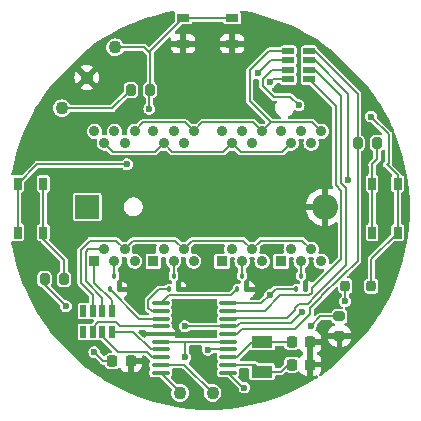
<source format=gbr>
%TF.GenerationSoftware,KiCad,Pcbnew,8.0.1*%
%TF.CreationDate,2024-12-08T15:20:24+09:00*%
%TF.ProjectId,watch,77617463-682e-46b6-9963-61645f706362,rev?*%
%TF.SameCoordinates,Original*%
%TF.FileFunction,Copper,L1,Top*%
%TF.FilePolarity,Positive*%
%FSLAX46Y46*%
G04 Gerber Fmt 4.6, Leading zero omitted, Abs format (unit mm)*
G04 Created by KiCad (PCBNEW 8.0.1) date 2024-12-08 15:20:24*
%MOMM*%
%LPD*%
G01*
G04 APERTURE LIST*
G04 Aperture macros list*
%AMRoundRect*
0 Rectangle with rounded corners*
0 $1 Rounding radius*
0 $2 $3 $4 $5 $6 $7 $8 $9 X,Y pos of 4 corners*
0 Add a 4 corners polygon primitive as box body*
4,1,4,$2,$3,$4,$5,$6,$7,$8,$9,$2,$3,0*
0 Add four circle primitives for the rounded corners*
1,1,$1+$1,$2,$3*
1,1,$1+$1,$4,$5*
1,1,$1+$1,$6,$7*
1,1,$1+$1,$8,$9*
0 Add four rect primitives between the rounded corners*
20,1,$1+$1,$2,$3,$4,$5,0*
20,1,$1+$1,$4,$5,$6,$7,0*
20,1,$1+$1,$6,$7,$8,$9,0*
20,1,$1+$1,$8,$9,$2,$3,0*%
G04 Aperture macros list end*
%TA.AperFunction,SMDPad,CuDef*%
%ADD10RoundRect,0.200000X-0.200000X-0.275000X0.200000X-0.275000X0.200000X0.275000X-0.200000X0.275000X0*%
%TD*%
%TA.AperFunction,SMDPad,CuDef*%
%ADD11RoundRect,0.225000X-0.225000X-0.250000X0.225000X-0.250000X0.225000X0.250000X-0.225000X0.250000X0*%
%TD*%
%TA.AperFunction,SMDPad,CuDef*%
%ADD12RoundRect,0.037100X-0.447900X-0.227900X0.447900X-0.227900X0.447900X0.227900X-0.447900X0.227900X0*%
%TD*%
%TA.AperFunction,SMDPad,CuDef*%
%ADD13RoundRect,0.037100X0.447900X0.227900X-0.447900X0.227900X-0.447900X-0.227900X0.447900X-0.227900X0*%
%TD*%
%TA.AperFunction,SMDPad,CuDef*%
%ADD14RoundRect,0.100000X0.100000X-0.125000X0.100000X0.125000X-0.100000X0.125000X-0.100000X-0.125000X0*%
%TD*%
%TA.AperFunction,ComponentPad*%
%ADD15R,0.900000X0.900000*%
%TD*%
%TA.AperFunction,ComponentPad*%
%ADD16C,0.900000*%
%TD*%
%TA.AperFunction,SMDPad,CuDef*%
%ADD17R,1.050000X0.650000*%
%TD*%
%TA.AperFunction,SMDPad,CuDef*%
%ADD18RoundRect,0.200000X0.200000X0.250000X-0.200000X0.250000X-0.200000X-0.250000X0.200000X-0.250000X0*%
%TD*%
%TA.AperFunction,SMDPad,CuDef*%
%ADD19R,0.650000X1.050000*%
%TD*%
%TA.AperFunction,SMDPad,CuDef*%
%ADD20RoundRect,0.200000X-0.275000X0.200000X-0.275000X-0.200000X0.275000X-0.200000X0.275000X0.200000X0*%
%TD*%
%TA.AperFunction,SMDPad,CuDef*%
%ADD21RoundRect,0.100000X0.637500X0.100000X-0.637500X0.100000X-0.637500X-0.100000X0.637500X-0.100000X0*%
%TD*%
%TA.AperFunction,SMDPad,CuDef*%
%ADD22R,1.800000X1.000000*%
%TD*%
%TA.AperFunction,SMDPad,CuDef*%
%ADD23RoundRect,0.037100X-0.227900X0.447900X-0.227900X-0.447900X0.227900X-0.447900X0.227900X0.447900X0*%
%TD*%
%TA.AperFunction,SMDPad,CuDef*%
%ADD24RoundRect,0.037100X0.227900X-0.447900X0.227900X0.447900X-0.227900X0.447900X-0.227900X-0.447900X0*%
%TD*%
%TA.AperFunction,ComponentPad*%
%ADD25R,2.000000X2.000000*%
%TD*%
%TA.AperFunction,ComponentPad*%
%ADD26O,2.200000X2.200000*%
%TD*%
%TA.AperFunction,ComponentPad*%
%ADD27C,1.100000*%
%TD*%
%TA.AperFunction,ViaPad*%
%ADD28C,0.600000*%
%TD*%
%TA.AperFunction,Conductor*%
%ADD29C,0.200000*%
%TD*%
G04 APERTURE END LIST*
D10*
%TO.P,R3,1*%
%TO.N,VDD*%
X83475000Y-80000000D03*
%TO.P,R3,2*%
%TO.N,Net-(U1-NRST)*%
X85125000Y-80000000D03*
%TD*%
D11*
%TO.P,C1,1*%
%TO.N,Net-(U1-PC15)*%
X97125000Y-101350000D03*
%TO.P,C1,2*%
%TO.N,GND*%
X98675000Y-101350000D03*
%TD*%
%TO.P,C3,1*%
%TO.N,Net-(U1-PC14)*%
X97125000Y-103250000D03*
%TO.P,C3,2*%
%TO.N,GND*%
X98675000Y-103250000D03*
%TD*%
D10*
%TO.P,R5,1*%
%TO.N,Net-(U1-PA1)*%
X76175000Y-96000000D03*
%TO.P,R5,2*%
%TO.N,Net-(R5-Pad2)*%
X77825000Y-96000000D03*
%TD*%
D12*
%TO.P,RN1,1*%
%TO.N,Net-(U2-B)*%
X96825000Y-76700001D03*
%TO.P,RN1,2*%
%TO.N,Net-(U2-A)*%
X96825001Y-77499999D03*
%TO.P,RN1,3*%
%TO.N,Net-(U2-F)*%
X96825000Y-78300000D03*
%TO.P,RN1,4*%
%TO.N,Net-(U2-G)*%
X96825000Y-79099999D03*
D13*
%TO.P,RN1,5*%
%TO.N,Net-(U1-PA3)*%
X98575000Y-79099999D03*
%TO.P,RN1,6*%
%TO.N,Net-(U1-PA2)*%
X98574999Y-78300001D03*
%TO.P,RN1,7*%
%TO.N,Net-(U1-PA1)*%
X98575000Y-77500000D03*
%TO.P,RN1,8*%
%TO.N,Net-(U1-PA0)*%
X98575000Y-76700001D03*
%TD*%
D14*
%TO.P,Q4,1,B*%
%TO.N,Net-(D1-A)*%
X97500000Y-96875000D03*
%TO.P,Q4,2,E*%
%TO.N,GND*%
X98300000Y-96875000D03*
%TO.P,Q4,3,C*%
%TO.N,Net-(Q4-C)*%
X97900000Y-95725000D03*
%TD*%
D11*
%TO.P,C2,1*%
%TO.N,VDD*%
X81925000Y-102950000D03*
%TO.P,C2,2*%
%TO.N,GND*%
X83475000Y-102950000D03*
%TD*%
D15*
%TO.P,U4,1,E*%
%TO.N,Net-(U2-E)*%
X91200000Y-94500000D03*
D16*
%TO.P,U4,2,D*%
%TO.N,Net-(U2-D)*%
X92050000Y-93500000D03*
%TO.P,U4,3,CC*%
%TO.N,Net-(Q3-C)*%
X92900000Y-94500000D03*
%TO.P,U4,4,C*%
%TO.N,Net-(U2-C)*%
X93750000Y-93500000D03*
%TO.P,U4,5,DP*%
%TO.N,unconnected-(U4-DP-Pad5)*%
X94600000Y-94500000D03*
%TO.P,U4,6,B*%
%TO.N,Net-(U2-B)*%
X94600000Y-83500000D03*
%TO.P,U4,7,A*%
%TO.N,Net-(U2-A)*%
X93750000Y-84500000D03*
%TO.P,U4,8,CC*%
%TO.N,unconnected-(U4-CC-Pad8)*%
X92900000Y-83500000D03*
%TO.P,U4,9,F*%
%TO.N,Net-(U2-F)*%
X92050000Y-84500000D03*
%TO.P,U4,10,G*%
%TO.N,Net-(U2-G)*%
X91200000Y-83500000D03*
%TD*%
D17*
%TO.P,S4,1*%
%TO.N,Net-(U1-NRST)*%
X87925000Y-73925000D03*
%TO.P,S4,2*%
X92075000Y-73925000D03*
%TO.P,S4,3*%
%TO.N,GND*%
X87925000Y-76075000D03*
%TO.P,S4,4*%
X92075000Y-76075000D03*
%TD*%
D14*
%TO.P,Q2,1,B*%
%TO.N,Net-(Q2-B)*%
X86700000Y-96875000D03*
%TO.P,Q2,2,E*%
%TO.N,GND*%
X87500000Y-96875000D03*
%TO.P,Q2,3,C*%
%TO.N,Net-(Q2-C)*%
X87100000Y-95725000D03*
%TD*%
%TO.P,Q1,1,B*%
%TO.N,Net-(Q1-B)*%
X81700000Y-96875000D03*
%TO.P,Q1,2,E*%
%TO.N,GND*%
X82500000Y-96875000D03*
%TO.P,Q1,3,C*%
%TO.N,Net-(Q1-C)*%
X82100000Y-95725000D03*
%TD*%
D18*
%TO.P,D1,1,K*%
%TO.N,Net-(D1-K)*%
X103850000Y-96600000D03*
%TO.P,D1,2,A*%
%TO.N,Net-(D1-A)*%
X101650000Y-96600000D03*
%TD*%
D19*
%TO.P,S2,1*%
%TO.N,Net-(D1-K)*%
X73925000Y-92075000D03*
%TO.P,S2,2*%
X73925000Y-87925000D03*
%TO.P,S2,3*%
%TO.N,Net-(R5-Pad2)*%
X76075000Y-92075000D03*
%TO.P,S2,4*%
X76075000Y-87925000D03*
%TD*%
D20*
%TO.P,R4,1*%
%TO.N,Net-(U1-PB9)*%
X101150000Y-99175000D03*
%TO.P,R4,2*%
%TO.N,GND*%
X101150000Y-100825000D03*
%TD*%
D21*
%TO.P,U1,1,PB9*%
%TO.N,Net-(U1-PB9)*%
X91725000Y-103925000D03*
%TO.P,U1,2,PC14*%
%TO.N,Net-(U1-PC14)*%
X91725000Y-103275000D03*
%TO.P,U1,3,PC15*%
%TO.N,Net-(U1-PC15)*%
X91725000Y-102625000D03*
%TO.P,U1,4,NRST*%
%TO.N,Net-(U1-NRST)*%
X91725000Y-101975000D03*
%TO.P,U1,5,VDDA*%
%TO.N,VDD*%
X91725000Y-101325000D03*
%TO.P,U1,6,PA0*%
%TO.N,Net-(U1-PA0)*%
X91725000Y-100675000D03*
%TO.P,U1,7,PA1*%
%TO.N,Net-(U1-PA1)*%
X91725000Y-100025000D03*
%TO.P,U1,8,PA2*%
%TO.N,Net-(U1-PA2)*%
X91725000Y-99375000D03*
%TO.P,U1,9,PA3*%
%TO.N,Net-(U1-PA3)*%
X91725000Y-98725000D03*
%TO.P,U1,10,PA4*%
%TO.N,Net-(D1-A)*%
X91725000Y-98075000D03*
%TO.P,U1,11,PA5*%
%TO.N,Net-(Q3-B)*%
X86000000Y-98075000D03*
%TO.P,U1,12,PA6*%
%TO.N,Net-(Q2-B)*%
X86000000Y-98725000D03*
%TO.P,U1,13,PA7*%
%TO.N,Net-(Q1-B)*%
X86000000Y-99375000D03*
%TO.P,U1,14,PB1*%
%TO.N,Net-(U1-PB1)*%
X86000000Y-100025000D03*
%TO.P,U1,15,VSS*%
%TO.N,GND*%
X86000000Y-100675000D03*
%TO.P,U1,16,VDD*%
%TO.N,VDD*%
X86000000Y-101325000D03*
%TO.P,U1,17,PA9*%
%TO.N,Net-(U1-PA9)*%
X86000000Y-101975000D03*
%TO.P,U1,18,PA10*%
%TO.N,Net-(U1-PA10)*%
X86000000Y-102625000D03*
%TO.P,U1,19,PA13/SWDIO*%
%TO.N,Net-(U1-PA13{slash}SWDIO)*%
X86000000Y-103275000D03*
%TO.P,U1,20,PA14/SWCLK*%
%TO.N,Net-(U1-PA14{slash}SWCLK)*%
X86000000Y-103925000D03*
%TD*%
D19*
%TO.P,S1,1*%
%TO.N,Net-(R1-Pad2)*%
X103925000Y-92075000D03*
%TO.P,S1,2*%
X103925000Y-87925000D03*
%TO.P,S1,3*%
%TO.N,Net-(D1-K)*%
X106075000Y-92075000D03*
%TO.P,S1,4*%
X106075000Y-87925000D03*
%TD*%
D15*
%TO.P,U5,1,E*%
%TO.N,Net-(U2-E)*%
X96200000Y-94500000D03*
D16*
%TO.P,U5,2,D*%
%TO.N,Net-(U2-D)*%
X97050000Y-93500000D03*
%TO.P,U5,3,CC*%
%TO.N,Net-(Q4-C)*%
X97900000Y-94500000D03*
%TO.P,U5,4,C*%
%TO.N,Net-(U2-C)*%
X98750000Y-93500000D03*
%TO.P,U5,5,DP*%
%TO.N,unconnected-(U5-DP-Pad5)*%
X99600000Y-94500000D03*
%TO.P,U5,6,B*%
%TO.N,Net-(U2-B)*%
X99600000Y-83500000D03*
%TO.P,U5,7,A*%
%TO.N,Net-(U2-A)*%
X98750000Y-84500000D03*
%TO.P,U5,8,CC*%
%TO.N,unconnected-(U5-CC-Pad8)*%
X97900000Y-83500000D03*
%TO.P,U5,9,F*%
%TO.N,Net-(U2-F)*%
X97050000Y-84500000D03*
%TO.P,U5,10,G*%
%TO.N,Net-(U2-G)*%
X96200000Y-83500000D03*
%TD*%
D14*
%TO.P,Q3,1,B*%
%TO.N,Net-(Q3-B)*%
X92500000Y-96875000D03*
%TO.P,Q3,2,E*%
%TO.N,GND*%
X93300000Y-96875000D03*
%TO.P,Q3,3,C*%
%TO.N,Net-(Q3-C)*%
X92900000Y-95725000D03*
%TD*%
D15*
%TO.P,U2,1,E*%
%TO.N,Net-(U2-E)*%
X80400000Y-94500000D03*
D16*
%TO.P,U2,2,D*%
%TO.N,Net-(U2-D)*%
X81250000Y-93500000D03*
%TO.P,U2,3,CC*%
%TO.N,Net-(Q1-C)*%
X82100000Y-94500000D03*
%TO.P,U2,4,C*%
%TO.N,Net-(U2-C)*%
X82950000Y-93500000D03*
%TO.P,U2,5,DP*%
%TO.N,unconnected-(U2-DP-Pad5)*%
X83800000Y-94500000D03*
%TO.P,U2,6,B*%
%TO.N,Net-(U2-B)*%
X83800000Y-83500000D03*
%TO.P,U2,7,A*%
%TO.N,Net-(U2-A)*%
X82950000Y-84500000D03*
%TO.P,U2,8,CC*%
%TO.N,unconnected-(U2-CC-Pad8)*%
X82100000Y-83500000D03*
%TO.P,U2,9,F*%
%TO.N,Net-(U2-F)*%
X81250000Y-84500000D03*
%TO.P,U2,10,G*%
%TO.N,Net-(U2-G)*%
X80400000Y-83500000D03*
%TD*%
D15*
%TO.P,U3,1,E*%
%TO.N,Net-(U2-E)*%
X85400000Y-94500000D03*
D16*
%TO.P,U3,2,D*%
%TO.N,Net-(U2-D)*%
X86250000Y-93500000D03*
%TO.P,U3,3,CC*%
%TO.N,Net-(Q2-C)*%
X87100000Y-94500000D03*
%TO.P,U3,4,C*%
%TO.N,Net-(U2-C)*%
X87950000Y-93500000D03*
%TO.P,U3,5,DP*%
%TO.N,unconnected-(U3-DP-Pad5)*%
X88800000Y-94500000D03*
%TO.P,U3,6,B*%
%TO.N,Net-(U2-B)*%
X88800000Y-83500000D03*
%TO.P,U3,7,A*%
%TO.N,Net-(U2-A)*%
X87950000Y-84500000D03*
%TO.P,U3,8,CC*%
%TO.N,unconnected-(U3-CC-Pad8)*%
X87100000Y-83500000D03*
%TO.P,U3,9,F*%
%TO.N,Net-(U2-F)*%
X86250000Y-84500000D03*
%TO.P,U3,10,G*%
%TO.N,Net-(U2-G)*%
X85400000Y-83500000D03*
%TD*%
D22*
%TO.P,Y1,1*%
%TO.N,Net-(U1-PC15)*%
X94600000Y-101350000D03*
%TO.P,Y1,2*%
%TO.N,Net-(U1-PC14)*%
X94600000Y-103850000D03*
%TD*%
D23*
%TO.P,RN2,1*%
%TO.N,Net-(U2-E)*%
X81850001Y-98725000D03*
%TO.P,RN2,2*%
%TO.N,Net-(U2-D)*%
X81050000Y-98725001D03*
%TO.P,RN2,3*%
%TO.N,Net-(U2-C)*%
X80250000Y-98725000D03*
%TO.P,RN2,4*%
%TO.N,unconnected-(RN2-Pad4)*%
X79450000Y-98725001D03*
D24*
%TO.P,RN2,5*%
%TO.N,unconnected-(RN2-Pad5)*%
X79449999Y-100475000D03*
%TO.P,RN2,6*%
%TO.N,Net-(U1-PB1)*%
X80250000Y-100474999D03*
%TO.P,RN2,7*%
%TO.N,Net-(U1-PA10)*%
X81050000Y-100475000D03*
%TO.P,RN2,8*%
%TO.N,Net-(U1-PA9)*%
X81850000Y-100474999D03*
%TD*%
D10*
%TO.P,R1,1*%
%TO.N,Net-(U1-PA0)*%
X102675000Y-84500000D03*
%TO.P,R1,2*%
%TO.N,Net-(R1-Pad2)*%
X104325000Y-84500000D03*
%TD*%
D25*
%TO.P,BT2,1,+*%
%TO.N,VDD*%
X79800000Y-89900000D03*
D26*
%TO.P,BT2,2,-*%
%TO.N,GND*%
X99900000Y-89900000D03*
%TD*%
D27*
%TO.P,TP5,1,1*%
%TO.N,Net-(U1-NRST)*%
X82150000Y-76400000D03*
%TD*%
%TO.P,TP4,1,1*%
%TO.N,Net-(U1-PA13{slash}SWDIO)*%
X90400000Y-105650000D03*
%TD*%
%TO.P,TP1,1,1*%
%TO.N,VDD*%
X77650000Y-81550000D03*
%TD*%
%TO.P,TP2,1,1*%
%TO.N,Net-(U1-PA14{slash}SWCLK)*%
X87650000Y-105650000D03*
%TD*%
%TO.P,TP3,1,1*%
%TO.N,GND*%
X79750000Y-78950000D03*
%TD*%
D28*
%TO.N,VDD*%
X80400000Y-102200000D03*
X88100000Y-102650000D03*
%TO.N,GND*%
X75900000Y-85200000D03*
X100000000Y-98420000D03*
X89900000Y-96350000D03*
X78850000Y-92450000D03*
X94350000Y-80600000D03*
X88800000Y-98550000D03*
X89950000Y-80750000D03*
X94100000Y-89800000D03*
X89900000Y-93600000D03*
X84400000Y-96450000D03*
X84500000Y-93450000D03*
X94600000Y-102600000D03*
X95450000Y-93500000D03*
X87000000Y-89750000D03*
X94700000Y-74750000D03*
X103300000Y-98650000D03*
X98880000Y-95320000D03*
X95000000Y-96150000D03*
X84050000Y-104800000D03*
%TO.N,Net-(D1-K)*%
X83150000Y-86300000D03*
X103800000Y-82250000D03*
%TO.N,Net-(U2-A)*%
X94211952Y-78599569D03*
%TO.N,Net-(U1-PA1)*%
X77984925Y-98299999D03*
X88050000Y-100000000D03*
X97993593Y-98762167D03*
X101900000Y-87650000D03*
%TO.N,Net-(U2-G)*%
X95300000Y-79350000D03*
%TO.N,Net-(U2-F)*%
X97700000Y-81300000D03*
%TO.N,Net-(D1-A)*%
X95244053Y-97363906D03*
X101600000Y-97900000D03*
%TO.N,Net-(U1-PB9)*%
X98700000Y-100000000D03*
X93100000Y-105200000D03*
%TO.N,Net-(U1-NRST)*%
X90000000Y-102000000D03*
X85050000Y-81600000D03*
%TD*%
D29*
%TO.N,VDD*%
X86000000Y-101325000D02*
X88100000Y-101325000D01*
X81925000Y-81550000D02*
X83475000Y-80000000D01*
X88100000Y-101325000D02*
X88100000Y-102650000D01*
X81925000Y-102950000D02*
X81150000Y-102950000D01*
X77650000Y-81550000D02*
X81925000Y-81550000D01*
X88100000Y-101325000D02*
X91725000Y-101325000D01*
X81150000Y-102950000D02*
X80400000Y-102200000D01*
%TO.N,Net-(U1-PC15)*%
X97125000Y-101350000D02*
X94600000Y-101350000D01*
X92462499Y-102625000D02*
X93737499Y-101350000D01*
X91725000Y-102625000D02*
X92462499Y-102625000D01*
X93737499Y-101350000D02*
X94600000Y-101350000D01*
%TO.N,Net-(U1-PC14)*%
X94025000Y-103275000D02*
X94600000Y-103850000D01*
X96800000Y-103250000D02*
X96200000Y-103850000D01*
X97125000Y-103250000D02*
X96800000Y-103250000D01*
X91725000Y-103275000D02*
X94025000Y-103275000D01*
X96200000Y-103850000D02*
X94600000Y-103850000D01*
%TO.N,Net-(Q1-B)*%
X84200000Y-99375000D02*
X86000000Y-99375000D01*
X81700000Y-96875000D02*
X84200000Y-99375000D01*
%TO.N,Net-(Q1-C)*%
X82100000Y-94500000D02*
X82100000Y-95725000D01*
%TO.N,Net-(D1-K)*%
X103850000Y-96600000D02*
X103850000Y-94300000D01*
X73925000Y-92075000D02*
X73925000Y-87925000D01*
X103850000Y-94300000D02*
X106075000Y-92075000D01*
X106075000Y-87925000D02*
X106075000Y-87225000D01*
X105300000Y-86150000D02*
X105300000Y-83750000D01*
X106075000Y-87225000D02*
X105150000Y-86300000D01*
X105150000Y-86300000D02*
X105300000Y-86150000D01*
X105300000Y-83750000D02*
X103800000Y-82250000D01*
X75550000Y-86300000D02*
X73925000Y-87925000D01*
X83150000Y-86300000D02*
X75550000Y-86300000D01*
X106075000Y-87925000D02*
X106075000Y-92075000D01*
%TO.N,Net-(Q2-C)*%
X87100000Y-94500000D02*
X87100000Y-95725000D01*
%TO.N,Net-(Q3-C)*%
X92900000Y-94500000D02*
X92900000Y-95725000D01*
%TO.N,Net-(Q4-C)*%
X97900000Y-94500000D02*
X97900000Y-95725000D01*
%TO.N,Net-(U2-C)*%
X93000000Y-92750000D02*
X93750000Y-93500000D01*
X79250000Y-93534314D02*
X80034314Y-92750000D01*
X80034314Y-92750000D02*
X82200000Y-92750000D01*
X93750000Y-93500000D02*
X94500000Y-92750000D01*
X98000000Y-92750000D02*
X98750000Y-93500000D01*
X83700000Y-92750000D02*
X87200000Y-92750000D01*
X82950000Y-93500000D02*
X83700000Y-92750000D01*
X82200000Y-92750000D02*
X82950000Y-93500000D01*
X80250000Y-97349828D02*
X79250000Y-96349827D01*
X94500000Y-92750000D02*
X98000000Y-92750000D01*
X79250000Y-96349827D02*
X79250000Y-93534314D01*
X87200000Y-92750000D02*
X87950000Y-93500000D01*
X88700000Y-92750000D02*
X93000000Y-92750000D01*
X80250000Y-98725000D02*
X80250000Y-97349828D01*
X87950000Y-93500000D02*
X88700000Y-92750000D01*
%TO.N,Net-(U2-B)*%
X93561952Y-78330330D02*
X93561952Y-80961952D01*
X93561952Y-80961952D02*
X95350000Y-82750000D01*
X94600000Y-83500000D02*
X95350000Y-82750000D01*
X93850000Y-82750000D02*
X94600000Y-83500000D01*
X89550000Y-82750000D02*
X93850000Y-82750000D01*
X88800000Y-83500000D02*
X89550000Y-82750000D01*
X95350000Y-82750000D02*
X98850000Y-82750000D01*
X83800000Y-83500000D02*
X84550000Y-82750000D01*
X88050000Y-82750000D02*
X88800000Y-83500000D01*
X98850000Y-82750000D02*
X99600000Y-83500000D01*
X95192281Y-76700001D02*
X93561952Y-78330330D01*
X96825000Y-76700001D02*
X95192281Y-76700001D01*
X84550000Y-82750000D02*
X88050000Y-82750000D01*
%TO.N,Net-(U2-A)*%
X95311522Y-77499999D02*
X94211952Y-78599569D01*
X96825001Y-77499999D02*
X95311522Y-77499999D01*
%TO.N,Net-(U1-PA3)*%
X94802208Y-98725000D02*
X96127208Y-97400000D01*
X98568456Y-97400000D02*
X98120000Y-97400000D01*
X98575000Y-79099999D02*
X100850000Y-81374999D01*
X98800000Y-97168456D02*
X98568456Y-97400000D01*
X96127208Y-97400000D02*
X98600000Y-97400000D01*
X100850000Y-81374999D02*
X100850000Y-88084924D01*
X91725000Y-98725000D02*
X94802208Y-98725000D01*
X101300000Y-88534925D02*
X101300000Y-94300000D01*
X100850000Y-88084924D02*
X101300000Y-88534925D01*
X98800000Y-96800000D02*
X98800000Y-97168456D01*
X101300000Y-94300000D02*
X98800000Y-96800000D01*
%TO.N,Net-(U1-PA0)*%
X102675000Y-94475000D02*
X101299999Y-95850000D01*
X97425000Y-100250000D02*
X92887499Y-100250000D01*
X101237353Y-95850000D02*
X99600000Y-97487353D01*
X99059999Y-76700001D02*
X102675000Y-80315002D01*
X92887499Y-100250000D02*
X92462499Y-100675000D01*
X92462499Y-100675000D02*
X91725000Y-100675000D01*
X101299999Y-95850000D02*
X101237353Y-95850000D01*
X99600000Y-97487353D02*
X99600000Y-97550000D01*
X98665292Y-98484708D02*
X98665292Y-99009708D01*
X98665292Y-99009708D02*
X97425000Y-100250000D01*
X99600000Y-97550000D02*
X98665292Y-98484708D01*
X102675000Y-84500000D02*
X102675000Y-94475000D01*
X102675000Y-80315002D02*
X102675000Y-84500000D01*
X98575000Y-76700001D02*
X99059999Y-76700001D01*
%TO.N,Net-(U1-PA2)*%
X99177071Y-97332929D02*
X101700000Y-94810000D01*
X98453518Y-98112167D02*
X99177071Y-97388614D01*
X97724354Y-98112167D02*
X98453518Y-98112167D01*
X97400000Y-98436521D02*
X97400000Y-98672792D01*
X101250000Y-80490003D02*
X101250000Y-87850000D01*
X97724354Y-98112167D02*
X97400000Y-98436521D01*
X99059998Y-78300001D02*
X101250000Y-80490003D01*
X98574999Y-78300001D02*
X99059998Y-78300001D01*
X99177071Y-97388614D02*
X99177071Y-97332929D01*
X101250000Y-87850000D02*
X101700000Y-88300000D01*
X91750000Y-99350000D02*
X91725000Y-99375000D01*
X97400000Y-98672792D02*
X96722792Y-99350000D01*
X96722792Y-99350000D02*
X91750000Y-99350000D01*
X101700000Y-94810000D02*
X101700000Y-88300000D01*
%TO.N,Net-(U2-D)*%
X79850000Y-93500000D02*
X81250000Y-93500000D01*
X79650000Y-93700000D02*
X79850000Y-93500000D01*
X81050000Y-97584142D02*
X79650000Y-96184142D01*
X81050000Y-98725001D02*
X81050000Y-97584142D01*
X79650000Y-96184142D02*
X79650000Y-93700000D01*
%TO.N,Net-(U1-PA1)*%
X101900000Y-80340001D02*
X101900000Y-87650000D01*
X92465270Y-100025000D02*
X92740270Y-99750000D01*
X92740270Y-99750000D02*
X97005760Y-99750000D01*
X101900000Y-87650000D02*
X101975000Y-87575000D01*
X97005760Y-99750000D02*
X97993593Y-98762167D01*
X91725000Y-100025000D02*
X88075000Y-100025000D01*
X98575000Y-77500000D02*
X99059999Y-77500000D01*
X76175000Y-96490074D02*
X77984925Y-98299999D01*
X76175000Y-96000000D02*
X76175000Y-96490074D01*
X88075000Y-100025000D02*
X88050000Y-100000000D01*
X91725000Y-100025000D02*
X92465270Y-100025000D01*
X99059999Y-77500000D02*
X101900000Y-80340001D01*
%TO.N,Net-(U2-G)*%
X96825000Y-79099999D02*
X95550001Y-79099999D01*
X95550001Y-79099999D02*
X95300000Y-79350000D01*
%TO.N,Net-(U2-E)*%
X81850001Y-98725000D02*
X81850001Y-97818457D01*
X80400000Y-96368456D02*
X80400000Y-94500000D01*
X81850001Y-97818457D02*
X80400000Y-96368456D01*
%TO.N,Net-(U2-F)*%
X96825000Y-78300000D02*
X95430761Y-78300000D01*
X87000000Y-85250000D02*
X91300000Y-85250000D01*
X96300000Y-85250000D02*
X97050000Y-84500000D01*
X95430761Y-78300000D02*
X94650000Y-79080761D01*
X82000000Y-85250000D02*
X85500000Y-85250000D01*
X81250000Y-84500000D02*
X82000000Y-85250000D01*
X94650000Y-79080761D02*
X94650000Y-79665686D01*
X94650000Y-79665686D02*
X95584314Y-80600000D01*
X91300000Y-85250000D02*
X92050000Y-84500000D01*
X92800000Y-85250000D02*
X96300000Y-85250000D01*
X92050000Y-84500000D02*
X92800000Y-85250000D01*
X97000000Y-80600000D02*
X97700000Y-81300000D01*
X95584314Y-80600000D02*
X97000000Y-80600000D01*
X86250000Y-84500000D02*
X87000000Y-85250000D01*
X85500000Y-85250000D02*
X86250000Y-84500000D01*
%TO.N,Net-(D1-A)*%
X91725000Y-98075000D02*
X94532959Y-98075000D01*
X101650000Y-96600000D02*
X101650000Y-97850000D01*
X97500000Y-96875000D02*
X95732959Y-96875000D01*
X94532959Y-98075000D02*
X95244053Y-97363906D01*
X101650000Y-97850000D02*
X101600000Y-97900000D01*
X95732959Y-96875000D02*
X95244053Y-97363906D01*
%TO.N,Net-(U1-PB9)*%
X99525000Y-99175000D02*
X98700000Y-100000000D01*
X93000000Y-105200000D02*
X91725000Y-103925000D01*
X93100000Y-105200000D02*
X93000000Y-105200000D01*
X101150000Y-99175000D02*
X99525000Y-99175000D01*
%TO.N,Net-(Q3-B)*%
X91975000Y-97400000D02*
X92500000Y-96875000D01*
X86675000Y-97400000D02*
X91975000Y-97400000D01*
X86000000Y-98075000D02*
X86675000Y-97400000D01*
%TO.N,Net-(U1-PA10)*%
X81050000Y-100828559D02*
X82396441Y-102175000D01*
X84812501Y-102175000D02*
X85262501Y-102625000D01*
X82396441Y-102175000D02*
X84812501Y-102175000D01*
X85262501Y-102625000D02*
X86000000Y-102625000D01*
X81050000Y-100475000D02*
X81050000Y-100828559D01*
%TO.N,Net-(U1-PA9)*%
X83678185Y-100474999D02*
X85178186Y-101975000D01*
X81850000Y-100474999D02*
X83678185Y-100474999D01*
X85178186Y-101975000D02*
X86000000Y-101975000D01*
%TO.N,Net-(R1-Pad2)*%
X104325000Y-85875000D02*
X103900000Y-86300000D01*
X103900000Y-86300000D02*
X103925000Y-86325000D01*
X103925000Y-87925000D02*
X103925000Y-92075000D01*
X104325000Y-84500000D02*
X104325000Y-85875000D01*
X103925000Y-86325000D02*
X103925000Y-87925000D01*
%TO.N,Net-(R5-Pad2)*%
X76075000Y-92075000D02*
X76075000Y-92625000D01*
X76075000Y-92625000D02*
X77825000Y-94375000D01*
X77825000Y-94375000D02*
X77825000Y-96000000D01*
X76075000Y-92075000D02*
X76075000Y-87925000D01*
%TO.N,Net-(U1-NRST)*%
X85125000Y-80000000D02*
X85125000Y-76900000D01*
X84625000Y-76400000D02*
X85125000Y-76900000D01*
X85125000Y-76725000D02*
X87925000Y-73925000D01*
X85050000Y-80075000D02*
X85125000Y-80000000D01*
X91725000Y-101975000D02*
X90025000Y-101975000D01*
X92075000Y-73925000D02*
X87925000Y-73925000D01*
X85125000Y-76900000D02*
X85125000Y-76725000D01*
X90025000Y-101975000D02*
X90000000Y-102000000D01*
X82150000Y-76400000D02*
X84625000Y-76400000D01*
X85050000Y-81600000D02*
X85050000Y-80075000D01*
%TO.N,Net-(U1-PA14{slash}SWCLK)*%
X86000000Y-103925000D02*
X87650000Y-105575000D01*
X87650000Y-105575000D02*
X87650000Y-105650000D01*
%TO.N,Net-(U1-PA13{slash}SWDIO)*%
X86000000Y-103275000D02*
X88025000Y-103275000D01*
X88025000Y-103275000D02*
X90400000Y-105650000D01*
%TO.N,Net-(Q2-B)*%
X86700000Y-96875000D02*
X85894044Y-96875000D01*
X85894044Y-96875000D02*
X84962500Y-97806544D01*
X84962500Y-97806544D02*
X84962500Y-98424999D01*
X85262501Y-98725000D02*
X86000000Y-98725000D01*
X84962500Y-98424999D02*
X85262501Y-98725000D01*
%TO.N,Net-(U1-PB1)*%
X86000000Y-100025000D02*
X82553561Y-100025000D01*
X80250000Y-100121440D02*
X80250000Y-100474999D01*
X80681440Y-99690000D02*
X80250000Y-100121440D01*
X82553561Y-100025000D02*
X82218560Y-99689999D01*
X82218560Y-99689999D02*
X80681440Y-99690000D01*
%TD*%
%TA.AperFunction,Conductor*%
%TO.N,GND*%
G36*
X96440382Y-101670185D02*
G01*
X96486137Y-101722989D01*
X96489445Y-101731486D01*
X96493806Y-101740045D01*
X96551472Y-101853220D01*
X96551474Y-101853222D01*
X96551476Y-101853225D01*
X96646774Y-101948523D01*
X96646778Y-101948526D01*
X96646780Y-101948528D01*
X96766874Y-102009719D01*
X96766876Y-102009719D01*
X96766878Y-102009720D01*
X96866507Y-102025500D01*
X96866512Y-102025500D01*
X97383493Y-102025500D01*
X97483121Y-102009720D01*
X97483121Y-102009719D01*
X97483126Y-102009719D01*
X97603220Y-101948528D01*
X97622173Y-101929574D01*
X97683494Y-101896090D01*
X97753185Y-101901073D01*
X97809120Y-101942944D01*
X97815392Y-101952159D01*
X97877424Y-102052728D01*
X97877427Y-102052732D01*
X97997268Y-102172573D01*
X98032755Y-102194462D01*
X98079479Y-102246410D01*
X98090700Y-102315373D01*
X98062856Y-102379455D01*
X98032755Y-102405538D01*
X97997268Y-102427426D01*
X97877426Y-102547268D01*
X97815392Y-102647841D01*
X97763444Y-102694565D01*
X97694481Y-102705786D01*
X97630399Y-102677943D01*
X97622173Y-102670424D01*
X97603225Y-102651476D01*
X97603221Y-102651473D01*
X97603220Y-102651472D01*
X97483126Y-102590281D01*
X97483124Y-102590280D01*
X97483121Y-102590279D01*
X97383493Y-102574500D01*
X97383488Y-102574500D01*
X96866512Y-102574500D01*
X96866507Y-102574500D01*
X96766878Y-102590279D01*
X96646778Y-102651473D01*
X96646774Y-102651476D01*
X96551476Y-102746774D01*
X96551473Y-102746778D01*
X96551472Y-102746780D01*
X96491002Y-102865460D01*
X96490279Y-102866878D01*
X96474500Y-102966506D01*
X96474500Y-103099167D01*
X96454815Y-103166206D01*
X96438181Y-103186848D01*
X96111848Y-103513181D01*
X96050525Y-103546666D01*
X96024167Y-103549500D01*
X95824500Y-103549500D01*
X95757461Y-103529815D01*
X95711706Y-103477011D01*
X95700500Y-103425500D01*
X95700500Y-103330249D01*
X95700499Y-103330247D01*
X95688868Y-103271770D01*
X95688867Y-103271769D01*
X95644552Y-103205447D01*
X95578230Y-103161132D01*
X95578229Y-103161131D01*
X95519752Y-103149500D01*
X95519748Y-103149500D01*
X94375833Y-103149500D01*
X94308794Y-103129815D01*
X94288152Y-103113181D01*
X94209510Y-103034539D01*
X94195848Y-103026652D01*
X94182186Y-103018764D01*
X94140991Y-102994980D01*
X94140990Y-102994979D01*
X94115513Y-102988152D01*
X94064562Y-102974500D01*
X94064560Y-102974500D01*
X92837332Y-102974500D01*
X92770293Y-102954815D01*
X92724538Y-102902011D01*
X92714594Y-102832853D01*
X92743619Y-102769297D01*
X92749651Y-102762819D01*
X92922191Y-102590279D01*
X93460993Y-102051475D01*
X93522314Y-102017992D01*
X93592005Y-102022976D01*
X93617567Y-102036059D01*
X93621770Y-102038868D01*
X93680247Y-102050499D01*
X93680250Y-102050500D01*
X93680252Y-102050500D01*
X95519750Y-102050500D01*
X95519751Y-102050499D01*
X95534568Y-102047552D01*
X95578229Y-102038868D01*
X95578229Y-102038867D01*
X95578231Y-102038867D01*
X95644552Y-101994552D01*
X95688867Y-101928231D01*
X95688867Y-101928229D01*
X95688868Y-101928229D01*
X95699555Y-101874500D01*
X95700500Y-101869748D01*
X95700500Y-101774500D01*
X95720185Y-101707461D01*
X95772989Y-101661706D01*
X95824500Y-101650500D01*
X96373343Y-101650500D01*
X96440382Y-101670185D01*
G37*
%TD.AperFunction*%
%TA.AperFunction,Conductor*%
G36*
X90756952Y-97720185D02*
G01*
X90802707Y-97772989D01*
X90812651Y-97842147D01*
X90803348Y-97874585D01*
X90789915Y-97905006D01*
X90789915Y-97905008D01*
X90787000Y-97930131D01*
X90787000Y-98219856D01*
X90787002Y-98219882D01*
X90789913Y-98244986D01*
X90789914Y-98244990D01*
X90789915Y-98244991D01*
X90835294Y-98347765D01*
X90835295Y-98347766D01*
X90836243Y-98349913D01*
X90845314Y-98419191D01*
X90836243Y-98450085D01*
X90789915Y-98555009D01*
X90787000Y-98580131D01*
X90787000Y-98869856D01*
X90787002Y-98869882D01*
X90789913Y-98894986D01*
X90789914Y-98894990D01*
X90789915Y-98894991D01*
X90835294Y-98997765D01*
X90835295Y-98997766D01*
X90836243Y-98999913D01*
X90845314Y-99069191D01*
X90836243Y-99100085D01*
X90789915Y-99205009D01*
X90787000Y-99230131D01*
X90787000Y-99519856D01*
X90787002Y-99519882D01*
X90789913Y-99544987D01*
X90789914Y-99544989D01*
X90792310Y-99550415D01*
X90801381Y-99619693D01*
X90771557Y-99682878D01*
X90712307Y-99719908D01*
X90678875Y-99724500D01*
X88530163Y-99724500D01*
X88463124Y-99704815D01*
X88436450Y-99681703D01*
X88381128Y-99617857D01*
X88260053Y-99540047D01*
X88260051Y-99540046D01*
X88260049Y-99540045D01*
X88260050Y-99540045D01*
X88121963Y-99499500D01*
X88121961Y-99499500D01*
X87978039Y-99499500D01*
X87978036Y-99499500D01*
X87839949Y-99540045D01*
X87718873Y-99617856D01*
X87624623Y-99726626D01*
X87624622Y-99726628D01*
X87564834Y-99857543D01*
X87544353Y-100000000D01*
X87564834Y-100142456D01*
X87615185Y-100252707D01*
X87624623Y-100273373D01*
X87718872Y-100382143D01*
X87839947Y-100459953D01*
X87839950Y-100459954D01*
X87839949Y-100459954D01*
X87943852Y-100490462D01*
X87969160Y-100497893D01*
X87978036Y-100500499D01*
X87978038Y-100500500D01*
X87978039Y-100500500D01*
X88121962Y-100500500D01*
X88121962Y-100500499D01*
X88260053Y-100459953D01*
X88381128Y-100382143D01*
X88393126Y-100368296D01*
X88451903Y-100330523D01*
X88486838Y-100325500D01*
X90678875Y-100325500D01*
X90745914Y-100345185D01*
X90791669Y-100397989D01*
X90801613Y-100467147D01*
X90792309Y-100499585D01*
X90791906Y-100500500D01*
X90789915Y-100505009D01*
X90787000Y-100530131D01*
X90787000Y-100819856D01*
X90787002Y-100819882D01*
X90789913Y-100844987D01*
X90789914Y-100844989D01*
X90792310Y-100850415D01*
X90801381Y-100919693D01*
X90771557Y-100982878D01*
X90712307Y-101019908D01*
X90678875Y-101024500D01*
X87351225Y-101024500D01*
X87284186Y-101004815D01*
X87238431Y-100952011D01*
X87228286Y-100884314D01*
X87229512Y-100875000D01*
X84770490Y-100875000D01*
X84733445Y-100917241D01*
X84730472Y-100914634D01*
X84706162Y-100942008D01*
X84638887Y-100960873D01*
X84572093Y-100940371D01*
X84552720Y-100924563D01*
X84165338Y-100537181D01*
X84131853Y-100475858D01*
X84136837Y-100406166D01*
X84178709Y-100350233D01*
X84244173Y-100325816D01*
X84253019Y-100325500D01*
X84648775Y-100325500D01*
X84715814Y-100345185D01*
X84761569Y-100397989D01*
X84771714Y-100465686D01*
X84770487Y-100474999D01*
X84770488Y-100475000D01*
X87229510Y-100475000D01*
X87229511Y-100474998D01*
X87222057Y-100418372D01*
X87222055Y-100418366D01*
X87161600Y-100272414D01*
X87065422Y-100147073D01*
X86986512Y-100086522D01*
X86945310Y-100030094D01*
X86937999Y-99988147D01*
X86937999Y-99880143D01*
X86937999Y-99880136D01*
X86935177Y-99855799D01*
X86935086Y-99855012D01*
X86935085Y-99855008D01*
X86888757Y-99750086D01*
X86879685Y-99680808D01*
X86888757Y-99649913D01*
X86889704Y-99647766D01*
X86889706Y-99647765D01*
X86935085Y-99544991D01*
X86938000Y-99519865D01*
X86937999Y-99230136D01*
X86937997Y-99230117D01*
X86935086Y-99205012D01*
X86935085Y-99205008D01*
X86888757Y-99100086D01*
X86879685Y-99030808D01*
X86888757Y-98999913D01*
X86889704Y-98997766D01*
X86889706Y-98997765D01*
X86935085Y-98894991D01*
X86938000Y-98869865D01*
X86937999Y-98580136D01*
X86937346Y-98574501D01*
X86935086Y-98555012D01*
X86935085Y-98555008D01*
X86888757Y-98450086D01*
X86879685Y-98380808D01*
X86888757Y-98349913D01*
X86889704Y-98347766D01*
X86889706Y-98347765D01*
X86935085Y-98244991D01*
X86938000Y-98219865D01*
X86937999Y-97930136D01*
X86936575Y-97917855D01*
X86935086Y-97905012D01*
X86935085Y-97905011D01*
X86935085Y-97905009D01*
X86921651Y-97874585D01*
X86912580Y-97805309D01*
X86942403Y-97742123D01*
X87001652Y-97705092D01*
X87035086Y-97700500D01*
X90689913Y-97700500D01*
X90756952Y-97720185D01*
G37*
%TD.AperFunction*%
%TA.AperFunction,Conductor*%
G36*
X100968834Y-96646002D02*
G01*
X101024767Y-96687874D01*
X101049184Y-96753338D01*
X101049500Y-96762183D01*
X101049500Y-96881517D01*
X101060292Y-96949657D01*
X101064354Y-96975304D01*
X101121950Y-97088342D01*
X101121952Y-97088344D01*
X101121954Y-97088347D01*
X101211652Y-97178045D01*
X101211654Y-97178046D01*
X101211658Y-97178050D01*
X101281796Y-97213787D01*
X101332591Y-97261761D01*
X101349500Y-97324271D01*
X101349500Y-97398331D01*
X101329815Y-97465370D01*
X101292541Y-97502646D01*
X101268870Y-97517858D01*
X101268866Y-97517862D01*
X101174625Y-97626622D01*
X101174622Y-97626628D01*
X101114834Y-97757543D01*
X101094353Y-97900000D01*
X101114834Y-98042456D01*
X101167393Y-98157542D01*
X101174623Y-98173373D01*
X101268872Y-98282143D01*
X101268874Y-98282144D01*
X101268876Y-98282146D01*
X101368522Y-98346185D01*
X101414277Y-98398988D01*
X101424221Y-98468147D01*
X101395196Y-98531703D01*
X101336418Y-98569477D01*
X101301483Y-98574500D01*
X100843482Y-98574500D01*
X100762519Y-98587323D01*
X100749696Y-98589354D01*
X100636658Y-98646950D01*
X100636657Y-98646951D01*
X100636652Y-98646954D01*
X100546954Y-98736652D01*
X100546951Y-98736657D01*
X100546950Y-98736658D01*
X100511212Y-98806796D01*
X100463239Y-98857591D01*
X100400729Y-98874500D01*
X99485438Y-98874500D01*
X99447224Y-98884739D01*
X99409009Y-98894979D01*
X99409004Y-98894982D01*
X99340495Y-98934535D01*
X99340491Y-98934538D01*
X99177473Y-99097556D01*
X99116150Y-99131040D01*
X99046458Y-99126056D01*
X98990525Y-99084184D01*
X98966108Y-99018720D01*
X98965792Y-99009874D01*
X98965792Y-98660541D01*
X98985477Y-98593502D01*
X99002111Y-98572860D01*
X99417429Y-98157542D01*
X99840460Y-97734511D01*
X99880022Y-97665988D01*
X99883751Y-97652068D01*
X99915844Y-97596478D01*
X100837821Y-96674501D01*
X100899142Y-96641018D01*
X100968834Y-96646002D01*
G37*
%TD.AperFunction*%
%TA.AperFunction,Conductor*%
G36*
X85612157Y-93070185D02*
G01*
X85657912Y-93122989D01*
X85667856Y-93192147D01*
X85661061Y-93218465D01*
X85648368Y-93251936D01*
X85613762Y-93343182D01*
X85594722Y-93499999D01*
X85594722Y-93500000D01*
X85613763Y-93656819D01*
X85613763Y-93656821D01*
X85623134Y-93681530D01*
X85628501Y-93751193D01*
X85595353Y-93812699D01*
X85534214Y-93846520D01*
X85507192Y-93849500D01*
X84930247Y-93849500D01*
X84871770Y-93861131D01*
X84871769Y-93861132D01*
X84805447Y-93905447D01*
X84761132Y-93971769D01*
X84761131Y-93971770D01*
X84749500Y-94030247D01*
X84749500Y-94969752D01*
X84761131Y-95028229D01*
X84761132Y-95028230D01*
X84805447Y-95094552D01*
X84871769Y-95138867D01*
X84871770Y-95138868D01*
X84930247Y-95150499D01*
X84930250Y-95150500D01*
X84930252Y-95150500D01*
X85869750Y-95150500D01*
X85869751Y-95150499D01*
X85887389Y-95146991D01*
X85928229Y-95138868D01*
X85928229Y-95138867D01*
X85928231Y-95138867D01*
X85994552Y-95094552D01*
X86038867Y-95028231D01*
X86038867Y-95028229D01*
X86038868Y-95028229D01*
X86050499Y-94969752D01*
X86050500Y-94969750D01*
X86050500Y-94274500D01*
X86070185Y-94207461D01*
X86122989Y-94161706D01*
X86174500Y-94150500D01*
X86328986Y-94150500D01*
X86336432Y-94149596D01*
X86336586Y-94150868D01*
X86398667Y-94153594D01*
X86455732Y-94193909D01*
X86481942Y-94258677D01*
X86474491Y-94314894D01*
X86463762Y-94343183D01*
X86444722Y-94499999D01*
X86444722Y-94500000D01*
X86463762Y-94656818D01*
X86519780Y-94804523D01*
X86519781Y-94804524D01*
X86609517Y-94934531D01*
X86705790Y-95019820D01*
X86727760Y-95039283D01*
X86727763Y-95039284D01*
X86727765Y-95039286D01*
X86733120Y-95042096D01*
X86783335Y-95090678D01*
X86799500Y-95151895D01*
X86799500Y-95324167D01*
X86779815Y-95391206D01*
X86763181Y-95411848D01*
X86747794Y-95427234D01*
X86702415Y-95530006D01*
X86702415Y-95530008D01*
X86699500Y-95555131D01*
X86699500Y-95894856D01*
X86699502Y-95894882D01*
X86702413Y-95919987D01*
X86702415Y-95919991D01*
X86747793Y-96022764D01*
X86747794Y-96022765D01*
X86827235Y-96102206D01*
X86887342Y-96128745D01*
X86917090Y-96141881D01*
X86970466Y-96186967D01*
X86990993Y-96253753D01*
X86972155Y-96321035D01*
X86965379Y-96330802D01*
X86911524Y-96400987D01*
X86855096Y-96442189D01*
X86813148Y-96449500D01*
X86555143Y-96449500D01*
X86555117Y-96449502D01*
X86530012Y-96452413D01*
X86530008Y-96452415D01*
X86427235Y-96497793D01*
X86427234Y-96497794D01*
X86386848Y-96538181D01*
X86325525Y-96571666D01*
X86299167Y-96574500D01*
X85854482Y-96574500D01*
X85787083Y-96592559D01*
X85778051Y-96594980D01*
X85717661Y-96629847D01*
X85717660Y-96629847D01*
X85709539Y-96634535D01*
X85709531Y-96634541D01*
X84722041Y-97622031D01*
X84722035Y-97622039D01*
X84682482Y-97690548D01*
X84682479Y-97690553D01*
X84674539Y-97720185D01*
X84662000Y-97766982D01*
X84662000Y-98464561D01*
X84662961Y-98468147D01*
X84682479Y-98540989D01*
X84682480Y-98540990D01*
X84711818Y-98591805D01*
X84722040Y-98609510D01*
X84722042Y-98609512D01*
X84975349Y-98862819D01*
X85008834Y-98924142D01*
X85003850Y-98993834D01*
X84961978Y-99049767D01*
X84896514Y-99074184D01*
X84887668Y-99074500D01*
X84375833Y-99074500D01*
X84308794Y-99054815D01*
X84288152Y-99038181D01*
X82929850Y-97679879D01*
X82896365Y-97618556D01*
X82901349Y-97548864D01*
X82942045Y-97493822D01*
X83027923Y-97427926D01*
X83124100Y-97302586D01*
X83184554Y-97156634D01*
X83184555Y-97156630D01*
X83195303Y-97075000D01*
X82424000Y-97075000D01*
X82356961Y-97055315D01*
X82311206Y-97002511D01*
X82300000Y-96951000D01*
X82300000Y-96215132D01*
X82316780Y-96157987D01*
X82700000Y-96157987D01*
X82700000Y-96675000D01*
X83195301Y-96675000D01*
X83195302Y-96674998D01*
X83184557Y-96593372D01*
X83184555Y-96593366D01*
X83124100Y-96447414D01*
X83027924Y-96322075D01*
X82902586Y-96225899D01*
X82756631Y-96165444D01*
X82700000Y-96157987D01*
X82316780Y-96157987D01*
X82319685Y-96148093D01*
X82363979Y-96109711D01*
X82363286Y-96108699D01*
X82372175Y-96102609D01*
X82372489Y-96102338D01*
X82372730Y-96102229D01*
X82372760Y-96102207D01*
X82372765Y-96102206D01*
X82452206Y-96022765D01*
X82497585Y-95919991D01*
X82500500Y-95894865D01*
X82500499Y-95555136D01*
X82500497Y-95555117D01*
X82497586Y-95530012D01*
X82497585Y-95530010D01*
X82497585Y-95530009D01*
X82452206Y-95427235D01*
X82436819Y-95411848D01*
X82403334Y-95350525D01*
X82400500Y-95324167D01*
X82400500Y-95151895D01*
X82420185Y-95084856D01*
X82466880Y-95042096D01*
X82472234Y-95039286D01*
X82472233Y-95039286D01*
X82472240Y-95039283D01*
X82590483Y-94934530D01*
X82680220Y-94804523D01*
X82736237Y-94656818D01*
X82755278Y-94500000D01*
X82736237Y-94343182D01*
X82736236Y-94343179D01*
X82736236Y-94343177D01*
X82725510Y-94314896D01*
X82720142Y-94245233D01*
X82753288Y-94183727D01*
X82814426Y-94149905D01*
X82863465Y-94150443D01*
X82863568Y-94149596D01*
X82871014Y-94150500D01*
X82871015Y-94150500D01*
X83028986Y-94150500D01*
X83036432Y-94149596D01*
X83036586Y-94150868D01*
X83098667Y-94153594D01*
X83155732Y-94193909D01*
X83181942Y-94258677D01*
X83174491Y-94314894D01*
X83163762Y-94343183D01*
X83144722Y-94499999D01*
X83144722Y-94500000D01*
X83163762Y-94656818D01*
X83215933Y-94794379D01*
X83219780Y-94804523D01*
X83309517Y-94934530D01*
X83427760Y-95039283D01*
X83427762Y-95039284D01*
X83567634Y-95112696D01*
X83721014Y-95150500D01*
X83721015Y-95150500D01*
X83878985Y-95150500D01*
X84032365Y-95112696D01*
X84085409Y-95084856D01*
X84172240Y-95039283D01*
X84290483Y-94934530D01*
X84380220Y-94804523D01*
X84436237Y-94656818D01*
X84455278Y-94500000D01*
X84439033Y-94366205D01*
X84436237Y-94343181D01*
X84404856Y-94260438D01*
X84380220Y-94195477D01*
X84290483Y-94065470D01*
X84172240Y-93960717D01*
X84172238Y-93960716D01*
X84172237Y-93960715D01*
X84032365Y-93887303D01*
X83878986Y-93849500D01*
X83878985Y-93849500D01*
X83721015Y-93849500D01*
X83721014Y-93849500D01*
X83713568Y-93850404D01*
X83713414Y-93849135D01*
X83651313Y-93846399D01*
X83594254Y-93806074D01*
X83568055Y-93741302D01*
X83575510Y-93685102D01*
X83576865Y-93681530D01*
X83586237Y-93656818D01*
X83605278Y-93500000D01*
X83587619Y-93354563D01*
X83599080Y-93285640D01*
X83623031Y-93251939D01*
X83788153Y-93086816D01*
X83849475Y-93053334D01*
X83875833Y-93050500D01*
X85545118Y-93050500D01*
X85612157Y-93070185D01*
G37*
%TD.AperFunction*%
%TA.AperFunction,Conductor*%
G36*
X96412157Y-93070185D02*
G01*
X96457912Y-93122989D01*
X96467856Y-93192147D01*
X96461061Y-93218465D01*
X96448368Y-93251936D01*
X96413762Y-93343182D01*
X96394722Y-93499999D01*
X96394722Y-93500000D01*
X96413763Y-93656819D01*
X96413763Y-93656821D01*
X96423134Y-93681530D01*
X96428501Y-93751193D01*
X96395353Y-93812699D01*
X96334214Y-93846520D01*
X96307192Y-93849500D01*
X95730247Y-93849500D01*
X95671770Y-93861131D01*
X95671769Y-93861132D01*
X95605447Y-93905447D01*
X95561132Y-93971769D01*
X95561131Y-93971770D01*
X95549500Y-94030247D01*
X95549500Y-94969752D01*
X95561131Y-95028229D01*
X95561132Y-95028230D01*
X95605447Y-95094552D01*
X95671769Y-95138867D01*
X95671770Y-95138868D01*
X95730247Y-95150499D01*
X95730250Y-95150500D01*
X95730252Y-95150500D01*
X96669750Y-95150500D01*
X96669751Y-95150499D01*
X96687389Y-95146991D01*
X96728229Y-95138868D01*
X96728229Y-95138867D01*
X96728231Y-95138867D01*
X96794552Y-95094552D01*
X96838867Y-95028231D01*
X96838867Y-95028229D01*
X96838868Y-95028229D01*
X96850499Y-94969752D01*
X96850500Y-94969750D01*
X96850500Y-94274500D01*
X96870185Y-94207461D01*
X96922989Y-94161706D01*
X96974500Y-94150500D01*
X97128986Y-94150500D01*
X97136432Y-94149596D01*
X97136586Y-94150868D01*
X97198667Y-94153594D01*
X97255732Y-94193909D01*
X97281942Y-94258677D01*
X97274491Y-94314894D01*
X97263762Y-94343183D01*
X97244722Y-94499999D01*
X97244722Y-94500000D01*
X97263762Y-94656818D01*
X97319780Y-94804523D01*
X97319781Y-94804524D01*
X97409517Y-94934531D01*
X97505790Y-95019820D01*
X97527760Y-95039283D01*
X97527763Y-95039284D01*
X97527765Y-95039286D01*
X97533120Y-95042096D01*
X97583335Y-95090678D01*
X97599500Y-95151895D01*
X97599500Y-95324167D01*
X97579815Y-95391206D01*
X97563181Y-95411848D01*
X97547794Y-95427234D01*
X97502415Y-95530006D01*
X97502415Y-95530008D01*
X97499500Y-95555131D01*
X97499500Y-95894856D01*
X97499502Y-95894882D01*
X97502413Y-95919987D01*
X97502415Y-95919991D01*
X97547793Y-96022764D01*
X97547794Y-96022765D01*
X97627235Y-96102206D01*
X97687342Y-96128745D01*
X97717090Y-96141881D01*
X97770466Y-96186967D01*
X97790993Y-96253753D01*
X97772155Y-96321035D01*
X97765379Y-96330802D01*
X97711524Y-96400987D01*
X97655096Y-96442189D01*
X97613148Y-96449500D01*
X97355143Y-96449500D01*
X97355117Y-96449502D01*
X97330012Y-96452413D01*
X97330008Y-96452415D01*
X97227235Y-96497793D01*
X97227234Y-96497794D01*
X97186848Y-96538181D01*
X97125525Y-96571666D01*
X97099167Y-96574500D01*
X95693397Y-96574500D01*
X95625998Y-96592559D01*
X95616966Y-96594980D01*
X95556576Y-96629847D01*
X95556575Y-96629847D01*
X95548447Y-96634539D01*
X95355900Y-96827087D01*
X95294577Y-96860572D01*
X95268219Y-96863406D01*
X95172089Y-96863406D01*
X95034002Y-96903951D01*
X94912926Y-96981762D01*
X94818676Y-97090532D01*
X94818675Y-97090534D01*
X94758887Y-97221449D01*
X94738406Y-97363906D01*
X94738406Y-97363907D01*
X94739714Y-97373009D01*
X94729766Y-97442167D01*
X94704656Y-97478330D01*
X94444805Y-97738182D01*
X94383485Y-97771666D01*
X94357126Y-97774500D01*
X93721457Y-97774500D01*
X93654418Y-97754815D01*
X93608663Y-97702011D01*
X93598719Y-97632853D01*
X93627744Y-97569297D01*
X93674005Y-97535939D01*
X93702586Y-97524100D01*
X93827924Y-97427924D01*
X93924100Y-97302586D01*
X93984554Y-97156634D01*
X93984555Y-97156630D01*
X93995303Y-97075000D01*
X93224000Y-97075000D01*
X93156961Y-97055315D01*
X93111206Y-97002511D01*
X93100000Y-96951000D01*
X93100000Y-96215132D01*
X93116780Y-96157987D01*
X93500000Y-96157987D01*
X93500000Y-96675000D01*
X93995301Y-96675000D01*
X93995302Y-96674998D01*
X93984557Y-96593372D01*
X93984555Y-96593366D01*
X93924100Y-96447414D01*
X93827924Y-96322075D01*
X93702586Y-96225899D01*
X93556631Y-96165444D01*
X93500000Y-96157987D01*
X93116780Y-96157987D01*
X93119685Y-96148093D01*
X93163979Y-96109711D01*
X93163286Y-96108699D01*
X93172175Y-96102609D01*
X93172489Y-96102338D01*
X93172730Y-96102229D01*
X93172760Y-96102207D01*
X93172765Y-96102206D01*
X93252206Y-96022765D01*
X93297585Y-95919991D01*
X93300500Y-95894865D01*
X93300499Y-95555136D01*
X93300497Y-95555117D01*
X93297586Y-95530012D01*
X93297585Y-95530010D01*
X93297585Y-95530009D01*
X93252206Y-95427235D01*
X93236819Y-95411848D01*
X93203334Y-95350525D01*
X93200500Y-95324167D01*
X93200500Y-95151895D01*
X93220185Y-95084856D01*
X93266880Y-95042096D01*
X93272234Y-95039286D01*
X93272233Y-95039286D01*
X93272240Y-95039283D01*
X93390483Y-94934530D01*
X93480220Y-94804523D01*
X93536237Y-94656818D01*
X93555278Y-94500000D01*
X93536237Y-94343182D01*
X93536236Y-94343179D01*
X93536236Y-94343177D01*
X93525510Y-94314896D01*
X93520142Y-94245233D01*
X93553288Y-94183727D01*
X93614426Y-94149905D01*
X93663465Y-94150443D01*
X93663568Y-94149596D01*
X93671014Y-94150500D01*
X93671015Y-94150500D01*
X93828986Y-94150500D01*
X93836432Y-94149596D01*
X93836586Y-94150868D01*
X93898667Y-94153594D01*
X93955732Y-94193909D01*
X93981942Y-94258677D01*
X93974491Y-94314894D01*
X93963762Y-94343183D01*
X93944722Y-94499999D01*
X93944722Y-94500000D01*
X93963762Y-94656818D01*
X94015933Y-94794379D01*
X94019780Y-94804523D01*
X94109517Y-94934530D01*
X94227760Y-95039283D01*
X94227762Y-95039284D01*
X94367634Y-95112696D01*
X94521014Y-95150500D01*
X94521015Y-95150500D01*
X94678985Y-95150500D01*
X94832365Y-95112696D01*
X94885409Y-95084856D01*
X94972240Y-95039283D01*
X95090483Y-94934530D01*
X95180220Y-94804523D01*
X95236237Y-94656818D01*
X95255278Y-94500000D01*
X95239033Y-94366205D01*
X95236237Y-94343181D01*
X95204856Y-94260438D01*
X95180220Y-94195477D01*
X95090483Y-94065470D01*
X94972240Y-93960717D01*
X94972238Y-93960716D01*
X94972237Y-93960715D01*
X94832365Y-93887303D01*
X94678986Y-93849500D01*
X94678985Y-93849500D01*
X94521015Y-93849500D01*
X94521014Y-93849500D01*
X94513568Y-93850404D01*
X94513414Y-93849135D01*
X94451313Y-93846399D01*
X94394254Y-93806074D01*
X94368055Y-93741302D01*
X94375510Y-93685102D01*
X94376865Y-93681530D01*
X94386237Y-93656818D01*
X94405278Y-93500000D01*
X94387619Y-93354563D01*
X94399080Y-93285640D01*
X94423031Y-93251939D01*
X94588153Y-93086816D01*
X94649475Y-93053334D01*
X94675833Y-93050500D01*
X96345118Y-93050500D01*
X96412157Y-93070185D01*
G37*
%TD.AperFunction*%
%TA.AperFunction,Conductor*%
G36*
X91412157Y-93070185D02*
G01*
X91457912Y-93122989D01*
X91467856Y-93192147D01*
X91461061Y-93218465D01*
X91448368Y-93251936D01*
X91413762Y-93343182D01*
X91394722Y-93499999D01*
X91394722Y-93500000D01*
X91413763Y-93656819D01*
X91413763Y-93656821D01*
X91423134Y-93681530D01*
X91428501Y-93751193D01*
X91395353Y-93812699D01*
X91334214Y-93846520D01*
X91307192Y-93849500D01*
X90730247Y-93849500D01*
X90671770Y-93861131D01*
X90671769Y-93861132D01*
X90605447Y-93905447D01*
X90561132Y-93971769D01*
X90561131Y-93971770D01*
X90549500Y-94030247D01*
X90549500Y-94969752D01*
X90561131Y-95028229D01*
X90561132Y-95028230D01*
X90605447Y-95094552D01*
X90671769Y-95138867D01*
X90671770Y-95138868D01*
X90730247Y-95150499D01*
X90730250Y-95150500D01*
X90730252Y-95150500D01*
X91669750Y-95150500D01*
X91669751Y-95150499D01*
X91687389Y-95146991D01*
X91728229Y-95138868D01*
X91728229Y-95138867D01*
X91728231Y-95138867D01*
X91794552Y-95094552D01*
X91838867Y-95028231D01*
X91838867Y-95028229D01*
X91838868Y-95028229D01*
X91850499Y-94969752D01*
X91850500Y-94969750D01*
X91850500Y-94274500D01*
X91870185Y-94207461D01*
X91922989Y-94161706D01*
X91974500Y-94150500D01*
X92128986Y-94150500D01*
X92136432Y-94149596D01*
X92136586Y-94150868D01*
X92198667Y-94153594D01*
X92255732Y-94193909D01*
X92281942Y-94258677D01*
X92274491Y-94314894D01*
X92263762Y-94343183D01*
X92244722Y-94499999D01*
X92244722Y-94500000D01*
X92263762Y-94656818D01*
X92319780Y-94804523D01*
X92319781Y-94804524D01*
X92409517Y-94934531D01*
X92505790Y-95019820D01*
X92527760Y-95039283D01*
X92527763Y-95039284D01*
X92527765Y-95039286D01*
X92533120Y-95042096D01*
X92583335Y-95090678D01*
X92599500Y-95151895D01*
X92599500Y-95324167D01*
X92579815Y-95391206D01*
X92563181Y-95411848D01*
X92547794Y-95427234D01*
X92502415Y-95530006D01*
X92502415Y-95530008D01*
X92499500Y-95555131D01*
X92499500Y-95894856D01*
X92499502Y-95894882D01*
X92502413Y-95919987D01*
X92502415Y-95919991D01*
X92547793Y-96022764D01*
X92547794Y-96022765D01*
X92627235Y-96102206D01*
X92687342Y-96128745D01*
X92717090Y-96141881D01*
X92770466Y-96186967D01*
X92790993Y-96253753D01*
X92772155Y-96321035D01*
X92765379Y-96330802D01*
X92711524Y-96400987D01*
X92655096Y-96442189D01*
X92613148Y-96449500D01*
X92355143Y-96449500D01*
X92355117Y-96449502D01*
X92330012Y-96452413D01*
X92330008Y-96452415D01*
X92227235Y-96497793D01*
X92147794Y-96577234D01*
X92102415Y-96680006D01*
X92102415Y-96680008D01*
X92099500Y-96705131D01*
X92099500Y-96799166D01*
X92079815Y-96866205D01*
X92063181Y-96886847D01*
X91886848Y-97063181D01*
X91825525Y-97096666D01*
X91799167Y-97099500D01*
X88272973Y-97099500D01*
X88205934Y-97079815D01*
X88200343Y-97075000D01*
X87424000Y-97075000D01*
X87356961Y-97055315D01*
X87311206Y-97002511D01*
X87300000Y-96951000D01*
X87300000Y-96215132D01*
X87316780Y-96157987D01*
X87700000Y-96157987D01*
X87700000Y-96675000D01*
X88195301Y-96675000D01*
X88195302Y-96674998D01*
X88184557Y-96593372D01*
X88184555Y-96593366D01*
X88124100Y-96447414D01*
X88027924Y-96322075D01*
X87902586Y-96225899D01*
X87756631Y-96165444D01*
X87700000Y-96157987D01*
X87316780Y-96157987D01*
X87319685Y-96148093D01*
X87363979Y-96109711D01*
X87363286Y-96108699D01*
X87372175Y-96102609D01*
X87372489Y-96102338D01*
X87372730Y-96102229D01*
X87372760Y-96102207D01*
X87372765Y-96102206D01*
X87452206Y-96022765D01*
X87497585Y-95919991D01*
X87500500Y-95894865D01*
X87500499Y-95555136D01*
X87500497Y-95555117D01*
X87497586Y-95530012D01*
X87497585Y-95530010D01*
X87497585Y-95530009D01*
X87452206Y-95427235D01*
X87436819Y-95411848D01*
X87403334Y-95350525D01*
X87400500Y-95324167D01*
X87400500Y-95151895D01*
X87420185Y-95084856D01*
X87466880Y-95042096D01*
X87472234Y-95039286D01*
X87472233Y-95039286D01*
X87472240Y-95039283D01*
X87590483Y-94934530D01*
X87680220Y-94804523D01*
X87736237Y-94656818D01*
X87755278Y-94500000D01*
X87736237Y-94343182D01*
X87736236Y-94343179D01*
X87736236Y-94343177D01*
X87725510Y-94314896D01*
X87720142Y-94245233D01*
X87753288Y-94183727D01*
X87814426Y-94149905D01*
X87863465Y-94150443D01*
X87863568Y-94149596D01*
X87871014Y-94150500D01*
X87871015Y-94150500D01*
X88028986Y-94150500D01*
X88036432Y-94149596D01*
X88036586Y-94150868D01*
X88098667Y-94153594D01*
X88155732Y-94193909D01*
X88181942Y-94258677D01*
X88174491Y-94314894D01*
X88163762Y-94343183D01*
X88144722Y-94499999D01*
X88144722Y-94500000D01*
X88163762Y-94656818D01*
X88215933Y-94794379D01*
X88219780Y-94804523D01*
X88309517Y-94934530D01*
X88427760Y-95039283D01*
X88427762Y-95039284D01*
X88567634Y-95112696D01*
X88721014Y-95150500D01*
X88721015Y-95150500D01*
X88878985Y-95150500D01*
X89032365Y-95112696D01*
X89085409Y-95084856D01*
X89172240Y-95039283D01*
X89290483Y-94934530D01*
X89380220Y-94804523D01*
X89436237Y-94656818D01*
X89455278Y-94500000D01*
X89439033Y-94366205D01*
X89436237Y-94343181D01*
X89404856Y-94260438D01*
X89380220Y-94195477D01*
X89290483Y-94065470D01*
X89172240Y-93960717D01*
X89172238Y-93960716D01*
X89172237Y-93960715D01*
X89032365Y-93887303D01*
X88878986Y-93849500D01*
X88878985Y-93849500D01*
X88721015Y-93849500D01*
X88721014Y-93849500D01*
X88713568Y-93850404D01*
X88713414Y-93849135D01*
X88651313Y-93846399D01*
X88594254Y-93806074D01*
X88568055Y-93741302D01*
X88575510Y-93685102D01*
X88576865Y-93681530D01*
X88586237Y-93656818D01*
X88605278Y-93500000D01*
X88587619Y-93354563D01*
X88599080Y-93285640D01*
X88623031Y-93251939D01*
X88788153Y-93086816D01*
X88849475Y-93053334D01*
X88875833Y-93050500D01*
X91345118Y-93050500D01*
X91412157Y-93070185D01*
G37*
%TD.AperFunction*%
%TA.AperFunction,Conductor*%
G36*
X98836586Y-94150868D02*
G01*
X98898667Y-94153594D01*
X98955732Y-94193909D01*
X98981942Y-94258677D01*
X98974491Y-94314894D01*
X98963762Y-94343183D01*
X98944722Y-94499999D01*
X98944722Y-94500000D01*
X98963762Y-94656818D01*
X99015933Y-94794379D01*
X99019780Y-94804523D01*
X99109517Y-94934530D01*
X99227760Y-95039283D01*
X99227762Y-95039284D01*
X99367634Y-95112696D01*
X99521014Y-95150500D01*
X99521015Y-95150500D01*
X99678983Y-95150500D01*
X99678985Y-95150500D01*
X99705673Y-95143922D01*
X99775474Y-95146991D01*
X99832536Y-95187311D01*
X99858741Y-95252080D01*
X99845770Y-95320735D01*
X99823028Y-95352000D01*
X98918980Y-96256047D01*
X98857657Y-96289532D01*
X98787965Y-96284548D01*
X98755812Y-96266741D01*
X98702589Y-96225901D01*
X98702587Y-96225900D01*
X98556631Y-96165444D01*
X98500000Y-96157987D01*
X98500000Y-96748513D01*
X98499500Y-96756140D01*
X98499500Y-96951000D01*
X98479815Y-97018039D01*
X98427011Y-97063794D01*
X98375500Y-97075000D01*
X98224000Y-97075000D01*
X98156961Y-97055315D01*
X98111206Y-97002511D01*
X98100000Y-96951000D01*
X98100000Y-96215132D01*
X98119685Y-96148093D01*
X98163979Y-96109711D01*
X98163286Y-96108699D01*
X98172175Y-96102609D01*
X98172489Y-96102338D01*
X98172730Y-96102229D01*
X98172760Y-96102207D01*
X98172765Y-96102206D01*
X98252206Y-96022765D01*
X98297585Y-95919991D01*
X98300500Y-95894865D01*
X98300499Y-95555136D01*
X98300497Y-95555117D01*
X98297586Y-95530012D01*
X98297585Y-95530010D01*
X98297585Y-95530009D01*
X98252206Y-95427235D01*
X98236819Y-95411848D01*
X98203334Y-95350525D01*
X98200500Y-95324167D01*
X98200500Y-95151895D01*
X98220185Y-95084856D01*
X98266880Y-95042096D01*
X98272234Y-95039286D01*
X98272233Y-95039286D01*
X98272240Y-95039283D01*
X98390483Y-94934530D01*
X98480220Y-94804523D01*
X98536237Y-94656818D01*
X98555278Y-94500000D01*
X98536237Y-94343182D01*
X98536236Y-94343179D01*
X98536236Y-94343177D01*
X98525510Y-94314896D01*
X98520142Y-94245233D01*
X98553288Y-94183727D01*
X98614426Y-94149905D01*
X98663465Y-94150443D01*
X98663568Y-94149596D01*
X98671014Y-94150500D01*
X98671015Y-94150500D01*
X98828986Y-94150500D01*
X98836432Y-94149596D01*
X98836586Y-94150868D01*
G37*
%TD.AperFunction*%
%TA.AperFunction,Conductor*%
G36*
X94021387Y-79065244D02*
G01*
X94139990Y-79100069D01*
X94225500Y-79100069D01*
X94292539Y-79119754D01*
X94338294Y-79172558D01*
X94349500Y-79224069D01*
X94349500Y-79705248D01*
X94369979Y-79781675D01*
X94408979Y-79849226D01*
X94409540Y-79850197D01*
X95399803Y-80840460D01*
X95468326Y-80880022D01*
X95544752Y-80900500D01*
X95705832Y-80900500D01*
X95772871Y-80920185D01*
X95818626Y-80972989D01*
X95828570Y-81042147D01*
X95808933Y-81093392D01*
X95790610Y-81120812D01*
X95790602Y-81120827D01*
X95730264Y-81266498D01*
X95730261Y-81266510D01*
X95699500Y-81421153D01*
X95699500Y-81578846D01*
X95730261Y-81733489D01*
X95730264Y-81733501D01*
X95790602Y-81879172D01*
X95790609Y-81879185D01*
X95878210Y-82010288D01*
X95878213Y-82010292D01*
X95989707Y-82121786D01*
X95989711Y-82121789D01*
X96120814Y-82209390D01*
X96120821Y-82209394D01*
X96124549Y-82210938D01*
X96178953Y-82254778D01*
X96201019Y-82321072D01*
X96183741Y-82388771D01*
X96132605Y-82436383D01*
X96077098Y-82449500D01*
X95525833Y-82449500D01*
X95458794Y-82429815D01*
X95438152Y-82413181D01*
X93898771Y-80873800D01*
X93865286Y-80812477D01*
X93862452Y-80786119D01*
X93862452Y-79184221D01*
X93882137Y-79117182D01*
X93934941Y-79071427D01*
X94004099Y-79061483D01*
X94021387Y-79065244D01*
G37*
%TD.AperFunction*%
%TA.AperFunction,Conductor*%
G36*
X92886587Y-73292355D02*
G01*
X93257053Y-73353298D01*
X93262700Y-73354361D01*
X94030125Y-73517538D01*
X94035694Y-73518858D01*
X94794722Y-73717507D01*
X94800188Y-73719074D01*
X95549154Y-73952760D01*
X95554573Y-73954589D01*
X96291894Y-74222816D01*
X96297223Y-74224897D01*
X97021252Y-74527066D01*
X97026497Y-74529400D01*
X97735725Y-74864881D01*
X97740833Y-74867445D01*
X98271728Y-75149458D01*
X98433688Y-75235492D01*
X98438712Y-75238312D01*
X99113717Y-75638140D01*
X99118604Y-75641190D01*
X99378784Y-75812108D01*
X99774319Y-76071945D01*
X99779028Y-76075197D01*
X100365188Y-76500507D01*
X100370197Y-76504652D01*
X100373987Y-76507379D01*
X100404110Y-76529053D01*
X100420412Y-76540782D01*
X100423126Y-76542792D01*
X100468786Y-76577571D01*
X100474977Y-76581116D01*
X100501044Y-76601044D01*
X103540157Y-79640157D01*
X103561615Y-79669976D01*
X103561742Y-79669901D01*
X103562632Y-79671390D01*
X103563470Y-79672555D01*
X103564180Y-79673980D01*
X103586289Y-79705248D01*
X103589831Y-79710256D01*
X103596881Y-79723106D01*
X103597289Y-79722874D01*
X103601321Y-79729928D01*
X103601324Y-79729936D01*
X103632388Y-79770797D01*
X103634706Y-79773846D01*
X103637228Y-79777285D01*
X103669274Y-79822592D01*
X103678205Y-79833486D01*
X104102386Y-80419188D01*
X104105653Y-80423927D01*
X104535211Y-81079040D01*
X104538255Y-81083927D01*
X104936933Y-81758253D01*
X104939747Y-81763275D01*
X105306702Y-82455385D01*
X105309280Y-82460532D01*
X105390298Y-82632143D01*
X105622028Y-83122989D01*
X105643725Y-83168946D01*
X105646061Y-83174208D01*
X105766030Y-83462248D01*
X105773635Y-83531702D01*
X105761805Y-83555449D01*
X105771860Y-83557140D01*
X105823562Y-83604136D01*
X105832152Y-83621002D01*
X105858850Y-83685102D01*
X105947087Y-83896954D01*
X105947251Y-83897346D01*
X105949341Y-83902711D01*
X106216656Y-84639084D01*
X106218494Y-84644539D01*
X106451339Y-85392511D01*
X106452922Y-85398046D01*
X106650803Y-86156026D01*
X106652127Y-86161628D01*
X106814611Y-86927962D01*
X106815674Y-86933620D01*
X106942414Y-87706660D01*
X106943214Y-87712361D01*
X107033944Y-88490499D01*
X107034477Y-88496231D01*
X107088989Y-89277674D01*
X107089257Y-89283425D01*
X107107442Y-90066608D01*
X107107442Y-90072364D01*
X107089257Y-90855547D01*
X107088989Y-90861298D01*
X107034478Y-91642742D01*
X107033945Y-91648474D01*
X106943215Y-92426612D01*
X106942415Y-92432313D01*
X106815676Y-93205353D01*
X106814613Y-93211011D01*
X106652128Y-93977345D01*
X106650804Y-93982947D01*
X106452924Y-94740926D01*
X106451341Y-94746461D01*
X106218496Y-95494434D01*
X106216658Y-95499889D01*
X105949346Y-96236254D01*
X105947256Y-96241619D01*
X105646059Y-96964773D01*
X105643723Y-96970034D01*
X105309283Y-97678441D01*
X105306705Y-97683588D01*
X104939750Y-98375699D01*
X104936936Y-98380721D01*
X104538258Y-99055047D01*
X104535214Y-99059933D01*
X104105648Y-99715060D01*
X104102380Y-99719800D01*
X103678207Y-100305488D01*
X103669275Y-100316386D01*
X103640712Y-100356766D01*
X103627160Y-100372838D01*
X100358247Y-103641751D01*
X100343408Y-103654420D01*
X99781537Y-104062269D01*
X99776793Y-104065546D01*
X99572777Y-104199614D01*
X99505942Y-104219981D01*
X99438705Y-104200980D01*
X99392415Y-104148644D01*
X99381768Y-104079591D01*
X99410144Y-104015743D01*
X99416998Y-104008305D01*
X99472576Y-103952727D01*
X99561542Y-103808492D01*
X99561547Y-103808481D01*
X99614855Y-103647606D01*
X99624999Y-103548322D01*
X99625000Y-103548309D01*
X99625000Y-103500000D01*
X98925000Y-103500000D01*
X98925000Y-104224999D01*
X98948308Y-104224999D01*
X98948322Y-104224998D01*
X99047607Y-104214855D01*
X99164733Y-104176044D01*
X99234561Y-104173642D01*
X99294603Y-104209374D01*
X99325796Y-104271894D01*
X99318235Y-104341354D01*
X99274323Y-104395699D01*
X99271880Y-104397347D01*
X99123961Y-104494552D01*
X99120668Y-104496716D01*
X99115778Y-104499769D01*
X98440274Y-104900000D01*
X98435246Y-104902823D01*
X97741888Y-105271208D01*
X97736735Y-105273794D01*
X97027003Y-105609552D01*
X97021735Y-105611896D01*
X96297159Y-105914302D01*
X96291789Y-105916398D01*
X95553928Y-106184800D01*
X95548465Y-106186644D01*
X94798955Y-106420447D01*
X94793412Y-106422036D01*
X94033817Y-106620752D01*
X94028207Y-106622081D01*
X93260209Y-106785272D01*
X93254543Y-106786339D01*
X92479777Y-106913655D01*
X92474068Y-106914457D01*
X91694233Y-107005621D01*
X91688492Y-107006157D01*
X90905270Y-107060971D01*
X90899511Y-107061240D01*
X90114577Y-107079588D01*
X90108811Y-107079589D01*
X89323872Y-107061430D01*
X89318113Y-107061163D01*
X88534855Y-107006536D01*
X88529114Y-107006001D01*
X87749261Y-106915026D01*
X87743551Y-106914225D01*
X86968752Y-106787095D01*
X86963086Y-106786029D01*
X86195048Y-106623023D01*
X86189447Y-106621697D01*
X85429812Y-106423165D01*
X85424272Y-106421579D01*
X84674685Y-106187949D01*
X84669222Y-106186106D01*
X83931313Y-105917888D01*
X83925941Y-105915793D01*
X83201294Y-105613563D01*
X83196026Y-105611221D01*
X82486203Y-105275630D01*
X82481049Y-105273045D01*
X82322111Y-105188649D01*
X81787586Y-104904816D01*
X81782576Y-104902004D01*
X81298725Y-104615484D01*
X81106990Y-104501945D01*
X81102099Y-104498893D01*
X80445845Y-104067866D01*
X80441101Y-104064590D01*
X79854419Y-103638949D01*
X79849465Y-103634850D01*
X79799202Y-103598688D01*
X79796490Y-103596680D01*
X79750834Y-103561908D01*
X79743779Y-103557869D01*
X79744142Y-103557234D01*
X79732287Y-103550661D01*
X79698213Y-103526193D01*
X79635523Y-103494460D01*
X79603844Y-103471508D01*
X76709171Y-100576835D01*
X76685856Y-100544434D01*
X76646711Y-100465830D01*
X76637878Y-100453337D01*
X76624354Y-100428689D01*
X76616318Y-100409040D01*
X76577344Y-100357774D01*
X76575628Y-100355462D01*
X76175726Y-99803285D01*
X76115243Y-99719772D01*
X76111981Y-99715038D01*
X76104120Y-99703050D01*
X75770481Y-99194219D01*
X75682437Y-99059944D01*
X75679393Y-99055058D01*
X75566835Y-98864677D01*
X75280704Y-98380714D01*
X75277895Y-98375700D01*
X74910931Y-97683572D01*
X74908362Y-97678442D01*
X74908362Y-97678441D01*
X74573908Y-96970008D01*
X74571585Y-96964773D01*
X74297419Y-96306517D01*
X75574500Y-96306517D01*
X75579854Y-96340321D01*
X75589354Y-96400304D01*
X75646950Y-96513342D01*
X75646952Y-96513344D01*
X75646954Y-96513347D01*
X75736652Y-96603045D01*
X75736654Y-96603046D01*
X75736658Y-96603050D01*
X75849696Y-96660646D01*
X75894150Y-96667686D01*
X75957282Y-96697613D01*
X75962433Y-96702478D01*
X77445529Y-98185574D01*
X77479014Y-98246897D01*
X77480586Y-98290901D01*
X77479278Y-98299998D01*
X77499759Y-98442455D01*
X77544759Y-98540989D01*
X77559548Y-98573372D01*
X77653797Y-98682142D01*
X77774872Y-98759952D01*
X77774875Y-98759953D01*
X77774874Y-98759953D01*
X77912961Y-98800498D01*
X77912963Y-98800499D01*
X77912964Y-98800499D01*
X78056887Y-98800499D01*
X78056887Y-98800498D01*
X78194978Y-98759952D01*
X78316053Y-98682142D01*
X78410302Y-98573372D01*
X78470090Y-98442456D01*
X78490572Y-98299999D01*
X78470090Y-98157542D01*
X78410302Y-98026626D01*
X78316053Y-97917856D01*
X78194978Y-97840046D01*
X78194976Y-97840045D01*
X78194974Y-97840044D01*
X78194975Y-97840044D01*
X78056888Y-97799499D01*
X78056886Y-97799499D01*
X77960758Y-97799499D01*
X77893719Y-97779814D01*
X77873077Y-97763180D01*
X76739814Y-96629917D01*
X76706329Y-96568594D01*
X76711313Y-96498902D01*
X76717004Y-96485955D01*
X76760646Y-96400304D01*
X76760646Y-96400302D01*
X76760647Y-96400301D01*
X76775499Y-96306524D01*
X76775500Y-96306519D01*
X76775499Y-95693482D01*
X76760646Y-95599696D01*
X76703050Y-95486658D01*
X76703046Y-95486654D01*
X76703045Y-95486652D01*
X76613347Y-95396954D01*
X76613344Y-95396952D01*
X76613342Y-95396950D01*
X76525123Y-95352000D01*
X76500301Y-95339352D01*
X76406524Y-95324500D01*
X75943482Y-95324500D01*
X75862519Y-95337323D01*
X75849696Y-95339354D01*
X75736658Y-95396950D01*
X75736657Y-95396951D01*
X75736652Y-95396954D01*
X75646954Y-95486652D01*
X75646951Y-95486657D01*
X75646950Y-95486658D01*
X75640208Y-95499890D01*
X75589352Y-95599698D01*
X75574500Y-95693475D01*
X75574500Y-96306517D01*
X74297419Y-96306517D01*
X74270382Y-96241602D01*
X74268311Y-96236288D01*
X74000979Y-95499867D01*
X73999156Y-95494458D01*
X73766302Y-94746457D01*
X73764721Y-94740928D01*
X73566838Y-93982939D01*
X73565517Y-93977347D01*
X73564334Y-93971769D01*
X73403033Y-93211011D01*
X73401970Y-93205354D01*
X73377046Y-93053334D01*
X73356035Y-92925179D01*
X73364613Y-92855841D01*
X73409319Y-92802146D01*
X73475957Y-92781144D01*
X73509589Y-92787491D01*
X73509790Y-92786485D01*
X73580247Y-92800499D01*
X73580250Y-92800500D01*
X73580252Y-92800500D01*
X74269750Y-92800500D01*
X74269751Y-92800499D01*
X74284568Y-92797552D01*
X74328229Y-92788868D01*
X74328229Y-92788867D01*
X74328231Y-92788867D01*
X74394552Y-92744552D01*
X74438867Y-92678231D01*
X74438867Y-92678229D01*
X74438868Y-92678229D01*
X74450499Y-92619752D01*
X75549500Y-92619752D01*
X75561131Y-92678229D01*
X75561132Y-92678230D01*
X75605447Y-92744552D01*
X75671769Y-92788867D01*
X75671770Y-92788868D01*
X75730247Y-92800499D01*
X75730250Y-92800500D01*
X75730252Y-92800500D01*
X75774167Y-92800500D01*
X75841206Y-92820185D01*
X75861848Y-92836819D01*
X77488181Y-94463152D01*
X77521666Y-94524475D01*
X77524500Y-94550833D01*
X77524500Y-95250728D01*
X77504815Y-95317767D01*
X77456796Y-95361212D01*
X77386659Y-95396949D01*
X77386652Y-95396954D01*
X77296954Y-95486652D01*
X77296951Y-95486657D01*
X77296950Y-95486658D01*
X77290208Y-95499890D01*
X77239352Y-95599698D01*
X77224500Y-95693475D01*
X77224500Y-96306517D01*
X77229854Y-96340321D01*
X77239354Y-96400304D01*
X77296950Y-96513342D01*
X77296952Y-96513344D01*
X77296954Y-96513347D01*
X77386652Y-96603045D01*
X77386654Y-96603046D01*
X77386658Y-96603050D01*
X77470956Y-96646002D01*
X77499698Y-96660647D01*
X77584219Y-96674033D01*
X77590311Y-96674998D01*
X77593475Y-96675499D01*
X77593481Y-96675500D01*
X78056518Y-96675499D01*
X78150304Y-96660646D01*
X78263342Y-96603050D01*
X78353050Y-96513342D01*
X78410646Y-96400304D01*
X78410646Y-96400302D01*
X78410647Y-96400301D01*
X78412375Y-96389389D01*
X78949500Y-96389389D01*
X78952425Y-96400304D01*
X78969979Y-96465817D01*
X78969980Y-96465818D01*
X78997418Y-96513342D01*
X78997419Y-96513343D01*
X79009539Y-96534337D01*
X79913181Y-97437979D01*
X79946666Y-97499302D01*
X79949500Y-97525660D01*
X79949500Y-97941808D01*
X79929815Y-98008847D01*
X79877011Y-98054602D01*
X79807853Y-98064546D01*
X79778044Y-98056368D01*
X79770603Y-98053285D01*
X79701304Y-98039501D01*
X79701302Y-98039501D01*
X79198698Y-98039501D01*
X79198696Y-98039501D01*
X79129396Y-98053285D01*
X79129393Y-98053287D01*
X79050800Y-98105801D01*
X78998286Y-98184394D01*
X78998284Y-98184397D01*
X78984500Y-98253696D01*
X78984500Y-98253698D01*
X78984500Y-98253699D01*
X78984500Y-99196303D01*
X78984500Y-99196305D01*
X78984499Y-99196305D01*
X78998284Y-99265604D01*
X78998285Y-99265606D01*
X78998286Y-99265608D01*
X79050800Y-99344201D01*
X79129393Y-99396715D01*
X79129395Y-99396715D01*
X79129396Y-99396716D01*
X79198695Y-99410501D01*
X79198698Y-99410501D01*
X79701304Y-99410501D01*
X79770602Y-99396716D01*
X79770602Y-99396715D01*
X79770607Y-99396715D01*
X79781110Y-99389697D01*
X79847781Y-99368818D01*
X79915162Y-99387299D01*
X79918873Y-99389684D01*
X79929393Y-99396714D01*
X79929394Y-99396714D01*
X79929396Y-99396715D01*
X79998695Y-99410500D01*
X80236607Y-99410500D01*
X80303646Y-99430185D01*
X80349401Y-99482989D01*
X80359345Y-99552147D01*
X80330320Y-99615703D01*
X80324288Y-99622181D01*
X80193289Y-99753180D01*
X80131966Y-99786665D01*
X80105608Y-99789499D01*
X79998696Y-99789499D01*
X79929396Y-99803283D01*
X79929391Y-99803285D01*
X79918886Y-99810305D01*
X79852208Y-99831181D01*
X79784828Y-99812694D01*
X79781125Y-99810314D01*
X79770606Y-99803286D01*
X79770605Y-99803285D01*
X79770602Y-99803284D01*
X79701303Y-99789500D01*
X79701301Y-99789500D01*
X79198697Y-99789500D01*
X79198695Y-99789500D01*
X79129395Y-99803284D01*
X79129392Y-99803286D01*
X79050799Y-99855800D01*
X78998285Y-99934393D01*
X78998283Y-99934396D01*
X78984499Y-100003695D01*
X78984499Y-100003698D01*
X78984499Y-100946302D01*
X78984499Y-100946304D01*
X78984498Y-100946304D01*
X78998283Y-101015603D01*
X78998284Y-101015605D01*
X78998285Y-101015607D01*
X79050799Y-101094200D01*
X79129392Y-101146714D01*
X79129394Y-101146714D01*
X79129395Y-101146715D01*
X79198694Y-101160500D01*
X79198697Y-101160500D01*
X79701303Y-101160500D01*
X79770602Y-101146715D01*
X79770602Y-101146714D01*
X79770606Y-101146714D01*
X79781108Y-101139696D01*
X79847784Y-101118817D01*
X79915164Y-101137300D01*
X79918873Y-101139683D01*
X79929393Y-101146713D01*
X79929394Y-101146713D01*
X79929396Y-101146714D01*
X79998695Y-101160499D01*
X79998698Y-101160499D01*
X80501304Y-101160499D01*
X80570602Y-101146714D01*
X80570602Y-101146713D01*
X80570607Y-101146713D01*
X80581110Y-101139695D01*
X80647781Y-101118817D01*
X80715162Y-101137299D01*
X80718873Y-101139684D01*
X80729393Y-101146714D01*
X80729394Y-101146714D01*
X80729396Y-101146715D01*
X80798695Y-101160500D01*
X80798698Y-101160500D01*
X80905608Y-101160500D01*
X80972647Y-101180185D01*
X80993289Y-101196819D01*
X81859289Y-102062819D01*
X81892774Y-102124142D01*
X81887790Y-102193834D01*
X81845918Y-102249767D01*
X81780454Y-102274184D01*
X81771608Y-102274500D01*
X81666507Y-102274500D01*
X81566878Y-102290279D01*
X81446778Y-102351473D01*
X81446774Y-102351476D01*
X81351476Y-102446774D01*
X81351471Y-102446781D01*
X81334537Y-102480016D01*
X81286562Y-102530812D01*
X81218741Y-102547606D01*
X81152606Y-102525068D01*
X81136372Y-102511401D01*
X80939395Y-102314424D01*
X80905910Y-102253101D01*
X80904339Y-102209094D01*
X80905647Y-102200000D01*
X80885165Y-102057543D01*
X80825377Y-101926627D01*
X80731128Y-101817857D01*
X80610053Y-101740047D01*
X80610051Y-101740046D01*
X80610049Y-101740045D01*
X80610050Y-101740045D01*
X80471963Y-101699500D01*
X80471961Y-101699500D01*
X80328039Y-101699500D01*
X80328036Y-101699500D01*
X80189949Y-101740045D01*
X80068873Y-101817856D01*
X79974623Y-101926626D01*
X79974622Y-101926628D01*
X79914834Y-102057543D01*
X79894353Y-102200000D01*
X79914834Y-102342456D01*
X79966236Y-102455008D01*
X79974623Y-102473373D01*
X80068872Y-102582143D01*
X80189947Y-102659953D01*
X80189950Y-102659954D01*
X80189949Y-102659954D01*
X80297107Y-102691417D01*
X80326336Y-102700000D01*
X80328036Y-102700499D01*
X80328038Y-102700500D01*
X80424167Y-102700500D01*
X80491206Y-102720185D01*
X80511848Y-102736819D01*
X80909540Y-103134511D01*
X80965489Y-103190460D01*
X80965491Y-103190461D01*
X80965495Y-103190464D01*
X80991447Y-103205447D01*
X81034011Y-103230021D01*
X81110438Y-103250500D01*
X81173343Y-103250500D01*
X81240382Y-103270185D01*
X81286137Y-103322989D01*
X81289445Y-103331486D01*
X81290281Y-103333126D01*
X81351472Y-103453220D01*
X81351474Y-103453222D01*
X81351476Y-103453225D01*
X81446774Y-103548523D01*
X81446778Y-103548526D01*
X81446780Y-103548528D01*
X81566874Y-103609719D01*
X81566876Y-103609719D01*
X81566878Y-103609720D01*
X81666507Y-103625500D01*
X81666512Y-103625500D01*
X82183493Y-103625500D01*
X82283121Y-103609720D01*
X82283121Y-103609719D01*
X82283126Y-103609719D01*
X82403220Y-103548528D01*
X82422173Y-103529574D01*
X82483494Y-103496090D01*
X82553185Y-103501073D01*
X82609120Y-103542944D01*
X82615392Y-103552159D01*
X82677424Y-103652728D01*
X82677427Y-103652732D01*
X82797267Y-103772572D01*
X82797271Y-103772575D01*
X82941507Y-103861542D01*
X82941518Y-103861547D01*
X83102393Y-103914855D01*
X83201683Y-103924999D01*
X83225000Y-103924998D01*
X83225000Y-103200000D01*
X83725000Y-103200000D01*
X83725000Y-103924999D01*
X83748308Y-103924999D01*
X83748322Y-103924998D01*
X83847607Y-103914855D01*
X84008481Y-103861547D01*
X84008492Y-103861542D01*
X84152728Y-103772575D01*
X84152732Y-103772572D01*
X84272572Y-103652732D01*
X84272575Y-103652728D01*
X84361542Y-103508492D01*
X84361547Y-103508481D01*
X84414855Y-103347606D01*
X84424999Y-103248322D01*
X84425000Y-103248309D01*
X84425000Y-103200000D01*
X83725000Y-103200000D01*
X83225000Y-103200000D01*
X83225000Y-102824000D01*
X83244685Y-102756961D01*
X83297489Y-102711206D01*
X83349000Y-102700000D01*
X84424999Y-102700000D01*
X84424999Y-102651692D01*
X84424998Y-102651679D01*
X84420955Y-102612103D01*
X84433724Y-102543410D01*
X84481604Y-102492525D01*
X84544313Y-102475500D01*
X84636668Y-102475500D01*
X84703707Y-102495185D01*
X84724349Y-102511819D01*
X85022041Y-102809511D01*
X85064922Y-102852392D01*
X85082231Y-102869701D01*
X85115715Y-102931025D01*
X85110730Y-103000717D01*
X85107983Y-103007468D01*
X85064916Y-103105004D01*
X85064915Y-103105008D01*
X85062000Y-103130131D01*
X85062000Y-103419856D01*
X85062002Y-103419882D01*
X85064913Y-103444986D01*
X85064914Y-103444990D01*
X85064915Y-103444991D01*
X85110294Y-103547765D01*
X85110295Y-103547766D01*
X85111243Y-103549913D01*
X85120314Y-103619191D01*
X85111243Y-103650085D01*
X85064915Y-103755009D01*
X85062000Y-103780131D01*
X85062000Y-104069856D01*
X85062002Y-104069882D01*
X85064913Y-104094987D01*
X85064915Y-104094991D01*
X85110293Y-104197764D01*
X85110294Y-104197765D01*
X85189735Y-104277206D01*
X85292509Y-104322585D01*
X85317635Y-104325500D01*
X85924166Y-104325499D01*
X85991205Y-104345183D01*
X86011847Y-104361818D01*
X86915174Y-105265145D01*
X86948659Y-105326468D01*
X86944535Y-105393780D01*
X86913686Y-105481942D01*
X86894751Y-105649997D01*
X86894751Y-105650002D01*
X86913685Y-105818056D01*
X86969545Y-105977694D01*
X86969547Y-105977697D01*
X87059518Y-106120884D01*
X87059523Y-106120890D01*
X87179109Y-106240476D01*
X87179115Y-106240481D01*
X87322302Y-106330452D01*
X87322305Y-106330454D01*
X87322309Y-106330455D01*
X87322310Y-106330456D01*
X87394913Y-106355860D01*
X87481943Y-106386314D01*
X87649997Y-106405249D01*
X87650000Y-106405249D01*
X87650003Y-106405249D01*
X87818056Y-106386314D01*
X87818059Y-106386313D01*
X87977690Y-106330456D01*
X87977692Y-106330454D01*
X87977694Y-106330454D01*
X87977697Y-106330452D01*
X88120884Y-106240481D01*
X88120885Y-106240480D01*
X88120890Y-106240477D01*
X88240477Y-106120890D01*
X88300026Y-106026119D01*
X88330452Y-105977697D01*
X88330454Y-105977694D01*
X88330454Y-105977692D01*
X88330456Y-105977690D01*
X88386313Y-105818059D01*
X88386313Y-105818058D01*
X88386314Y-105818056D01*
X88405249Y-105650002D01*
X88405249Y-105649997D01*
X88386314Y-105481943D01*
X88330454Y-105322305D01*
X88330452Y-105322302D01*
X88240481Y-105179115D01*
X88240476Y-105179109D01*
X88120890Y-105059523D01*
X88120884Y-105059518D01*
X87977697Y-104969547D01*
X87977694Y-104969545D01*
X87818056Y-104913685D01*
X87650003Y-104894751D01*
X87649997Y-104894751D01*
X87479912Y-104913915D01*
X87411090Y-104901861D01*
X87378347Y-104878376D01*
X86881402Y-104381431D01*
X86847917Y-104320108D01*
X86852901Y-104250416D01*
X86881402Y-104206069D01*
X86889706Y-104197765D01*
X86935085Y-104094991D01*
X86938000Y-104069865D01*
X86937999Y-103780136D01*
X86937122Y-103772572D01*
X86935086Y-103755012D01*
X86935085Y-103755010D01*
X86932690Y-103749585D01*
X86923619Y-103680307D01*
X86953443Y-103617122D01*
X87012693Y-103580092D01*
X87046125Y-103575500D01*
X87849167Y-103575500D01*
X87916206Y-103595185D01*
X87936848Y-103611819D01*
X89645733Y-105320704D01*
X89679218Y-105382027D01*
X89675094Y-105449337D01*
X89663687Y-105481938D01*
X89663686Y-105481941D01*
X89644751Y-105649997D01*
X89644751Y-105650002D01*
X89663685Y-105818056D01*
X89719545Y-105977694D01*
X89719547Y-105977697D01*
X89809518Y-106120884D01*
X89809523Y-106120890D01*
X89929109Y-106240476D01*
X89929115Y-106240481D01*
X90072302Y-106330452D01*
X90072305Y-106330454D01*
X90072309Y-106330455D01*
X90072310Y-106330456D01*
X90144913Y-106355860D01*
X90231943Y-106386314D01*
X90399997Y-106405249D01*
X90400000Y-106405249D01*
X90400003Y-106405249D01*
X90568056Y-106386314D01*
X90568059Y-106386313D01*
X90727690Y-106330456D01*
X90727692Y-106330454D01*
X90727694Y-106330454D01*
X90727697Y-106330452D01*
X90870884Y-106240481D01*
X90870885Y-106240480D01*
X90870890Y-106240477D01*
X90990477Y-106120890D01*
X91050026Y-106026119D01*
X91080452Y-105977697D01*
X91080454Y-105977694D01*
X91080454Y-105977692D01*
X91080456Y-105977690D01*
X91136313Y-105818059D01*
X91136313Y-105818058D01*
X91136314Y-105818056D01*
X91155249Y-105650002D01*
X91155249Y-105649997D01*
X91136314Y-105481943D01*
X91080454Y-105322305D01*
X91080452Y-105322302D01*
X90990481Y-105179115D01*
X90990476Y-105179109D01*
X90870890Y-105059523D01*
X90870884Y-105059518D01*
X90727697Y-104969547D01*
X90727694Y-104969545D01*
X90568056Y-104913685D01*
X90400003Y-104894751D01*
X90399997Y-104894751D01*
X90231941Y-104913686D01*
X90231938Y-104913687D01*
X90199337Y-104925094D01*
X90129558Y-104928655D01*
X90070704Y-104895733D01*
X88403561Y-103228590D01*
X88370076Y-103167267D01*
X88375060Y-103097575D01*
X88416932Y-103041642D01*
X88424204Y-103036593D01*
X88427398Y-103034540D01*
X88431128Y-103032143D01*
X88525377Y-102923373D01*
X88585165Y-102792457D01*
X88605647Y-102650000D01*
X88585165Y-102507543D01*
X88525377Y-102376627D01*
X88525375Y-102376625D01*
X88525374Y-102376622D01*
X88430787Y-102267462D01*
X88401762Y-102203906D01*
X88400500Y-102186260D01*
X88400500Y-101749500D01*
X88420185Y-101682461D01*
X88472989Y-101636706D01*
X88524500Y-101625500D01*
X89427858Y-101625500D01*
X89494897Y-101645185D01*
X89540652Y-101697989D01*
X89550596Y-101767147D01*
X89540652Y-101801012D01*
X89514834Y-101857543D01*
X89494353Y-102000000D01*
X89514834Y-102142456D01*
X89572104Y-102267857D01*
X89574623Y-102273373D01*
X89668872Y-102382143D01*
X89789947Y-102459953D01*
X89789950Y-102459954D01*
X89789949Y-102459954D01*
X89928036Y-102500499D01*
X89928038Y-102500500D01*
X89928039Y-102500500D01*
X90071962Y-102500500D01*
X90071962Y-102500499D01*
X90210053Y-102459953D01*
X90331128Y-102382143D01*
X90386451Y-102318296D01*
X90445228Y-102280523D01*
X90480163Y-102275500D01*
X90678875Y-102275500D01*
X90745914Y-102295185D01*
X90791669Y-102347989D01*
X90801613Y-102417147D01*
X90792309Y-102449588D01*
X90789915Y-102455009D01*
X90787000Y-102480131D01*
X90787000Y-102769856D01*
X90787002Y-102769882D01*
X90789913Y-102794986D01*
X90789914Y-102794990D01*
X90789915Y-102794991D01*
X90835294Y-102897765D01*
X90835295Y-102897766D01*
X90836243Y-102899913D01*
X90845314Y-102969191D01*
X90836243Y-103000085D01*
X90789915Y-103105009D01*
X90787000Y-103130131D01*
X90787000Y-103419856D01*
X90787002Y-103419882D01*
X90789913Y-103444986D01*
X90789914Y-103444990D01*
X90789915Y-103444991D01*
X90835294Y-103547765D01*
X90835295Y-103547766D01*
X90836243Y-103549913D01*
X90845314Y-103619191D01*
X90836243Y-103650085D01*
X90789915Y-103755009D01*
X90787000Y-103780131D01*
X90787000Y-104069856D01*
X90787002Y-104069882D01*
X90789913Y-104094987D01*
X90789915Y-104094991D01*
X90835293Y-104197764D01*
X90835294Y-104197765D01*
X90914735Y-104277206D01*
X91017509Y-104322585D01*
X91042635Y-104325500D01*
X91649166Y-104325499D01*
X91716205Y-104345183D01*
X91736847Y-104361818D01*
X92568413Y-105193384D01*
X92601898Y-105254707D01*
X92603470Y-105263417D01*
X92614834Y-105342453D01*
X92614835Y-105342458D01*
X92663646Y-105449337D01*
X92674623Y-105473373D01*
X92768872Y-105582143D01*
X92889947Y-105659953D01*
X92889950Y-105659954D01*
X92889949Y-105659954D01*
X93028036Y-105700499D01*
X93028038Y-105700500D01*
X93028039Y-105700500D01*
X93171962Y-105700500D01*
X93171962Y-105700499D01*
X93310053Y-105659953D01*
X93431128Y-105582143D01*
X93525377Y-105473373D01*
X93585165Y-105342457D01*
X93605647Y-105200000D01*
X93585165Y-105057543D01*
X93525377Y-104926627D01*
X93431128Y-104817857D01*
X93310053Y-104740047D01*
X93310051Y-104740046D01*
X93310049Y-104740045D01*
X93310050Y-104740045D01*
X93171963Y-104699500D01*
X93171961Y-104699500D01*
X93028039Y-104699500D01*
X93028037Y-104699500D01*
X93018561Y-104702282D01*
X92948692Y-104702277D01*
X92895954Y-104670983D01*
X92606402Y-104381431D01*
X92572917Y-104320108D01*
X92577901Y-104250416D01*
X92606402Y-104206069D01*
X92614706Y-104197765D01*
X92660085Y-104094991D01*
X92663000Y-104069865D01*
X92662999Y-103780136D01*
X92662122Y-103772572D01*
X92660086Y-103755012D01*
X92660085Y-103755010D01*
X92657690Y-103749585D01*
X92648619Y-103680307D01*
X92678443Y-103617122D01*
X92737693Y-103580092D01*
X92771125Y-103575500D01*
X93375500Y-103575500D01*
X93442539Y-103595185D01*
X93488294Y-103647989D01*
X93499500Y-103699500D01*
X93499500Y-104369752D01*
X93511131Y-104428229D01*
X93511132Y-104428230D01*
X93555447Y-104494552D01*
X93621769Y-104538867D01*
X93621770Y-104538868D01*
X93680247Y-104550499D01*
X93680250Y-104550500D01*
X93680252Y-104550500D01*
X95519750Y-104550500D01*
X95519751Y-104550499D01*
X95534568Y-104547552D01*
X95578229Y-104538868D01*
X95578229Y-104538867D01*
X95578231Y-104538867D01*
X95644552Y-104494552D01*
X95688867Y-104428231D01*
X95688867Y-104428229D01*
X95688868Y-104428229D01*
X95700499Y-104369752D01*
X95700500Y-104369750D01*
X95700500Y-104274500D01*
X95720185Y-104207461D01*
X95772989Y-104161706D01*
X95824500Y-104150500D01*
X96239560Y-104150500D01*
X96239562Y-104150500D01*
X96315989Y-104130021D01*
X96384511Y-104090460D01*
X96440460Y-104034511D01*
X96569604Y-103905365D01*
X96630925Y-103871882D01*
X96700617Y-103876866D01*
X96713567Y-103882557D01*
X96766874Y-103909719D01*
X96766876Y-103909719D01*
X96766878Y-103909720D01*
X96866507Y-103925500D01*
X96866512Y-103925500D01*
X97383493Y-103925500D01*
X97483121Y-103909720D01*
X97483121Y-103909719D01*
X97483126Y-103909719D01*
X97603220Y-103848528D01*
X97622173Y-103829574D01*
X97683494Y-103796090D01*
X97753185Y-103801073D01*
X97809120Y-103842944D01*
X97815392Y-103852159D01*
X97877424Y-103952728D01*
X97877427Y-103952732D01*
X97997267Y-104072572D01*
X97997271Y-104072575D01*
X98141507Y-104161542D01*
X98141518Y-104161547D01*
X98302393Y-104214855D01*
X98401683Y-104224999D01*
X98425000Y-104224998D01*
X98425000Y-101600000D01*
X98925000Y-101600000D01*
X98925000Y-103000000D01*
X99624999Y-103000000D01*
X99624999Y-102951692D01*
X99624998Y-102951677D01*
X99614855Y-102852392D01*
X99561547Y-102691518D01*
X99561542Y-102691507D01*
X99472575Y-102547271D01*
X99472572Y-102547267D01*
X99352733Y-102427428D01*
X99317245Y-102405539D01*
X99270521Y-102353591D01*
X99259298Y-102284628D01*
X99287142Y-102220546D01*
X99317245Y-102194461D01*
X99352733Y-102172571D01*
X99472572Y-102052732D01*
X99472575Y-102052728D01*
X99561542Y-101908492D01*
X99561547Y-101908481D01*
X99614855Y-101747606D01*
X99624999Y-101648322D01*
X99625000Y-101648309D01*
X99625000Y-101600000D01*
X98925000Y-101600000D01*
X98425000Y-101600000D01*
X98425000Y-101224000D01*
X98444685Y-101156961D01*
X98497489Y-101111206D01*
X98549000Y-101100000D01*
X99624999Y-101100000D01*
X99624999Y-101075000D01*
X100175001Y-101075000D01*
X100175001Y-101081582D01*
X100181408Y-101152102D01*
X100181409Y-101152107D01*
X100231981Y-101314396D01*
X100319927Y-101459877D01*
X100440122Y-101580072D01*
X100585604Y-101668019D01*
X100585603Y-101668019D01*
X100747894Y-101718590D01*
X100747892Y-101718590D01*
X100818418Y-101724999D01*
X100899999Y-101724998D01*
X100900000Y-101724998D01*
X100900000Y-101075000D01*
X101400000Y-101075000D01*
X101400000Y-101724999D01*
X101481581Y-101724999D01*
X101552102Y-101718591D01*
X101552107Y-101718590D01*
X101714396Y-101668018D01*
X101859877Y-101580072D01*
X101980072Y-101459877D01*
X102068019Y-101314395D01*
X102118590Y-101152106D01*
X102125000Y-101081572D01*
X102125000Y-101075000D01*
X101400000Y-101075000D01*
X100900000Y-101075000D01*
X100175001Y-101075000D01*
X99624999Y-101075000D01*
X99624999Y-101051692D01*
X99624998Y-101051677D01*
X99614855Y-100952392D01*
X99561547Y-100791518D01*
X99561542Y-100791507D01*
X99472575Y-100647271D01*
X99472572Y-100647267D01*
X99352732Y-100527427D01*
X99352728Y-100527424D01*
X99208492Y-100438457D01*
X99208481Y-100438452D01*
X99202028Y-100436314D01*
X99144585Y-100396539D01*
X99117764Y-100332022D01*
X99128241Y-100267101D01*
X99185165Y-100142457D01*
X99205647Y-100000000D01*
X99204339Y-99990905D01*
X99214279Y-99921749D01*
X99239392Y-99885577D01*
X99613152Y-99511819D01*
X99674475Y-99478334D01*
X99700833Y-99475500D01*
X100400728Y-99475500D01*
X100467767Y-99495185D01*
X100511212Y-99543204D01*
X100546949Y-99613340D01*
X100546954Y-99613347D01*
X100636652Y-99703045D01*
X100636654Y-99703046D01*
X100636658Y-99703050D01*
X100685612Y-99727993D01*
X100736408Y-99775968D01*
X100753203Y-99843789D01*
X100730665Y-99909924D01*
X100675950Y-99953375D01*
X100666208Y-99956863D01*
X100585603Y-99981981D01*
X100440122Y-100069927D01*
X100319927Y-100190122D01*
X100231980Y-100335604D01*
X100181409Y-100497893D01*
X100175000Y-100568427D01*
X100175000Y-100575000D01*
X102124999Y-100575000D01*
X102124999Y-100568417D01*
X102118591Y-100497897D01*
X102118590Y-100497892D01*
X102068018Y-100335603D01*
X101980072Y-100190122D01*
X101859877Y-100069927D01*
X101714395Y-99981980D01*
X101714396Y-99981980D01*
X101633791Y-99956863D01*
X101575643Y-99918126D01*
X101547669Y-99854100D01*
X101558751Y-99785115D01*
X101605369Y-99733072D01*
X101614369Y-99728002D01*
X101663342Y-99703050D01*
X101753050Y-99613342D01*
X101810646Y-99500304D01*
X101810646Y-99500302D01*
X101810647Y-99500301D01*
X101821752Y-99430185D01*
X101825500Y-99406519D01*
X101825499Y-98943482D01*
X101810646Y-98849696D01*
X101753050Y-98736658D01*
X101753046Y-98736654D01*
X101753045Y-98736652D01*
X101663347Y-98646954D01*
X101663342Y-98646950D01*
X101636484Y-98633265D01*
X101585689Y-98585289D01*
X101568895Y-98517468D01*
X101591434Y-98451334D01*
X101646150Y-98407883D01*
X101663507Y-98403189D01*
X101663452Y-98402999D01*
X101810050Y-98359954D01*
X101810050Y-98359953D01*
X101810053Y-98359953D01*
X101931128Y-98282143D01*
X102025377Y-98173373D01*
X102085165Y-98042457D01*
X102105647Y-97900000D01*
X102085165Y-97757543D01*
X102025377Y-97626627D01*
X102021402Y-97622039D01*
X101980786Y-97575164D01*
X101951762Y-97511608D01*
X101950500Y-97493963D01*
X101950500Y-97324271D01*
X101970185Y-97257232D01*
X102018203Y-97213787D01*
X102088342Y-97178050D01*
X102178050Y-97088342D01*
X102235646Y-96975304D01*
X102235646Y-96975302D01*
X102235647Y-96975301D01*
X102250499Y-96881524D01*
X102250500Y-96881519D01*
X102250500Y-96881517D01*
X103249500Y-96881517D01*
X103260292Y-96949657D01*
X103264354Y-96975304D01*
X103321950Y-97088342D01*
X103321952Y-97088344D01*
X103321954Y-97088347D01*
X103411652Y-97178045D01*
X103411654Y-97178046D01*
X103411658Y-97178050D01*
X103524694Y-97235645D01*
X103524698Y-97235647D01*
X103618475Y-97250499D01*
X103618481Y-97250500D01*
X104081518Y-97250499D01*
X104175304Y-97235646D01*
X104288342Y-97178050D01*
X104378050Y-97088342D01*
X104435646Y-96975304D01*
X104435646Y-96975302D01*
X104435647Y-96975301D01*
X104450499Y-96881524D01*
X104450500Y-96881519D01*
X104450499Y-96318482D01*
X104435646Y-96224696D01*
X104378050Y-96111658D01*
X104378046Y-96111654D01*
X104378045Y-96111652D01*
X104288347Y-96021954D01*
X104288343Y-96021951D01*
X104288342Y-96021950D01*
X104286582Y-96021053D01*
X104218204Y-95986212D01*
X104167408Y-95938237D01*
X104150500Y-95875728D01*
X104150500Y-94475833D01*
X104170185Y-94408794D01*
X104186819Y-94388152D01*
X105738152Y-92836819D01*
X105799475Y-92803334D01*
X105825833Y-92800500D01*
X106419750Y-92800500D01*
X106419751Y-92800499D01*
X106434568Y-92797552D01*
X106478229Y-92788868D01*
X106478229Y-92788867D01*
X106478231Y-92788867D01*
X106544552Y-92744552D01*
X106588867Y-92678231D01*
X106588867Y-92678229D01*
X106588868Y-92678229D01*
X106600499Y-92619752D01*
X106600500Y-92619750D01*
X106600500Y-91530249D01*
X106600499Y-91530247D01*
X106588868Y-91471770D01*
X106588867Y-91471769D01*
X106544552Y-91405447D01*
X106478230Y-91361132D01*
X106478229Y-91361131D01*
X106475309Y-91360551D01*
X106469532Y-91357529D01*
X106466946Y-91356458D01*
X106467041Y-91356226D01*
X106413398Y-91328166D01*
X106378824Y-91267451D01*
X106375500Y-91238934D01*
X106375500Y-88761065D01*
X106395185Y-88694026D01*
X106447989Y-88648271D01*
X106475311Y-88639447D01*
X106478231Y-88638867D01*
X106544552Y-88594552D01*
X106588867Y-88528231D01*
X106588867Y-88528229D01*
X106588868Y-88528229D01*
X106600499Y-88469752D01*
X106600500Y-88469750D01*
X106600500Y-87380249D01*
X106600499Y-87380247D01*
X106588868Y-87321770D01*
X106588867Y-87321769D01*
X106544552Y-87255447D01*
X106478230Y-87211132D01*
X106478229Y-87211131D01*
X106452615Y-87206037D01*
X106390704Y-87173653D01*
X106357031Y-87116513D01*
X106355022Y-87109012D01*
X106315460Y-87040489D01*
X105622389Y-86347418D01*
X105588904Y-86286095D01*
X105590295Y-86227643D01*
X105600500Y-86189562D01*
X105600500Y-83710438D01*
X105597911Y-83700776D01*
X105599570Y-83630928D01*
X105605242Y-83622545D01*
X105555162Y-83587918D01*
X105544173Y-83571920D01*
X105540462Y-83565492D01*
X105540458Y-83565487D01*
X104339395Y-82364424D01*
X104305910Y-82303101D01*
X104304339Y-82259094D01*
X104305647Y-82250000D01*
X104285165Y-82107543D01*
X104225377Y-81976627D01*
X104131128Y-81867857D01*
X104010053Y-81790047D01*
X104010051Y-81790046D01*
X104010049Y-81790045D01*
X104010050Y-81790045D01*
X103871963Y-81749500D01*
X103871961Y-81749500D01*
X103728039Y-81749500D01*
X103728036Y-81749500D01*
X103589949Y-81790045D01*
X103468873Y-81867856D01*
X103374623Y-81976626D01*
X103374622Y-81976628D01*
X103314834Y-82107543D01*
X103294353Y-82250000D01*
X103314834Y-82392456D01*
X103368306Y-82509541D01*
X103374623Y-82523373D01*
X103468872Y-82632143D01*
X103589947Y-82709953D01*
X103589950Y-82709954D01*
X103589949Y-82709954D01*
X103697107Y-82741417D01*
X103726336Y-82750000D01*
X103728036Y-82750499D01*
X103728038Y-82750500D01*
X103824167Y-82750500D01*
X103891206Y-82770185D01*
X103911848Y-82786819D01*
X104753634Y-83628605D01*
X104787119Y-83689928D01*
X104782135Y-83759620D01*
X104740263Y-83815553D01*
X104674799Y-83839970D01*
X104646556Y-83838759D01*
X104556525Y-83824500D01*
X104093482Y-83824500D01*
X104012519Y-83837323D01*
X103999696Y-83839354D01*
X103886658Y-83896950D01*
X103886657Y-83896951D01*
X103886652Y-83896954D01*
X103796954Y-83986652D01*
X103796951Y-83986657D01*
X103739352Y-84099698D01*
X103724500Y-84193475D01*
X103724500Y-84806517D01*
X103724712Y-84807853D01*
X103739354Y-84900304D01*
X103796950Y-85013342D01*
X103796952Y-85013344D01*
X103796954Y-85013347D01*
X103886652Y-85103045D01*
X103886654Y-85103046D01*
X103886658Y-85103050D01*
X103956796Y-85138787D01*
X104007591Y-85186761D01*
X104024500Y-85249271D01*
X104024500Y-85699167D01*
X104004815Y-85766206D01*
X103988181Y-85786848D01*
X103659541Y-86115487D01*
X103659539Y-86115489D01*
X103619979Y-86184011D01*
X103619979Y-86184012D01*
X103599500Y-86260438D01*
X103599500Y-86339562D01*
X103615553Y-86399471D01*
X103620275Y-86417092D01*
X103624500Y-86449186D01*
X103624500Y-87088934D01*
X103604815Y-87155973D01*
X103552011Y-87201728D01*
X103524691Y-87210551D01*
X103521770Y-87211131D01*
X103521769Y-87211132D01*
X103455447Y-87255447D01*
X103411132Y-87321769D01*
X103411131Y-87321770D01*
X103399500Y-87380247D01*
X103399500Y-88469752D01*
X103411131Y-88528229D01*
X103411132Y-88528230D01*
X103455447Y-88594552D01*
X103521767Y-88638866D01*
X103521769Y-88638867D01*
X103524684Y-88639447D01*
X103530461Y-88642467D01*
X103533054Y-88643542D01*
X103532957Y-88643773D01*
X103586597Y-88671827D01*
X103621175Y-88732541D01*
X103624500Y-88761065D01*
X103624500Y-91238934D01*
X103604815Y-91305973D01*
X103552011Y-91351728D01*
X103524691Y-91360551D01*
X103521770Y-91361131D01*
X103521769Y-91361132D01*
X103455447Y-91405447D01*
X103411132Y-91471769D01*
X103411131Y-91471770D01*
X103399500Y-91530247D01*
X103399500Y-92619752D01*
X103411131Y-92678229D01*
X103411132Y-92678230D01*
X103455447Y-92744552D01*
X103521769Y-92788867D01*
X103521770Y-92788868D01*
X103580247Y-92800499D01*
X103580250Y-92800500D01*
X103580252Y-92800500D01*
X104269750Y-92800500D01*
X104269751Y-92800499D01*
X104284568Y-92797552D01*
X104328229Y-92788868D01*
X104328229Y-92788867D01*
X104328231Y-92788867D01*
X104394552Y-92744552D01*
X104438867Y-92678231D01*
X104438867Y-92678229D01*
X104438868Y-92678229D01*
X104450499Y-92619752D01*
X104450500Y-92619750D01*
X104450500Y-91530249D01*
X104450499Y-91530247D01*
X104438868Y-91471770D01*
X104438867Y-91471769D01*
X104394552Y-91405447D01*
X104328230Y-91361132D01*
X104328229Y-91361131D01*
X104325309Y-91360551D01*
X104319532Y-91357529D01*
X104316946Y-91356458D01*
X104317041Y-91356226D01*
X104263398Y-91328166D01*
X104228824Y-91267451D01*
X104225500Y-91238934D01*
X104225500Y-88761065D01*
X104245185Y-88694026D01*
X104297989Y-88648271D01*
X104325311Y-88639447D01*
X104328231Y-88638867D01*
X104394552Y-88594552D01*
X104438867Y-88528231D01*
X104438867Y-88528229D01*
X104438868Y-88528229D01*
X104450499Y-88469752D01*
X104450500Y-88469750D01*
X104450500Y-87380249D01*
X104450499Y-87380247D01*
X104438868Y-87321770D01*
X104438867Y-87321769D01*
X104394552Y-87255447D01*
X104328230Y-87211132D01*
X104328229Y-87211131D01*
X104325309Y-87210551D01*
X104319532Y-87207529D01*
X104316946Y-87206458D01*
X104317041Y-87206226D01*
X104263398Y-87178166D01*
X104228824Y-87117451D01*
X104225500Y-87088934D01*
X104225500Y-86450833D01*
X104245185Y-86383794D01*
X104261819Y-86363152D01*
X104397330Y-86227641D01*
X104565460Y-86059511D01*
X104605022Y-85990988D01*
X104625500Y-85914562D01*
X104625500Y-85835438D01*
X104625500Y-85249271D01*
X104645185Y-85182232D01*
X104693203Y-85138787D01*
X104763342Y-85103050D01*
X104774447Y-85091945D01*
X104787819Y-85078574D01*
X104849142Y-85045089D01*
X104918834Y-85050073D01*
X104974767Y-85091945D01*
X104999184Y-85157409D01*
X104999500Y-85166255D01*
X104999500Y-85974167D01*
X104979815Y-86041206D01*
X104963181Y-86061848D01*
X104909541Y-86115487D01*
X104909539Y-86115489D01*
X104869979Y-86184011D01*
X104869979Y-86184012D01*
X104849500Y-86260438D01*
X104849500Y-86339562D01*
X104865553Y-86399471D01*
X104869979Y-86415987D01*
X104869979Y-86415988D01*
X104909539Y-86484510D01*
X105563541Y-87138512D01*
X105597026Y-87199835D01*
X105592042Y-87269527D01*
X105578964Y-87295082D01*
X105561131Y-87321770D01*
X105549500Y-87380247D01*
X105549500Y-88469752D01*
X105561131Y-88528229D01*
X105561132Y-88528230D01*
X105605447Y-88594552D01*
X105671767Y-88638866D01*
X105671769Y-88638867D01*
X105674684Y-88639447D01*
X105680461Y-88642467D01*
X105683054Y-88643542D01*
X105682957Y-88643773D01*
X105736597Y-88671827D01*
X105771175Y-88732541D01*
X105774500Y-88761065D01*
X105774500Y-91238934D01*
X105754815Y-91305973D01*
X105702011Y-91351728D01*
X105674691Y-91360551D01*
X105671770Y-91361131D01*
X105671769Y-91361132D01*
X105605447Y-91405447D01*
X105561132Y-91471769D01*
X105561131Y-91471770D01*
X105549500Y-91530247D01*
X105549500Y-92124167D01*
X105529815Y-92191206D01*
X105513181Y-92211848D01*
X103609541Y-94115487D01*
X103609535Y-94115495D01*
X103569982Y-94184004D01*
X103569979Y-94184009D01*
X103549500Y-94260439D01*
X103549500Y-95875728D01*
X103529815Y-95942767D01*
X103481796Y-95986212D01*
X103411659Y-96021949D01*
X103411652Y-96021954D01*
X103321954Y-96111652D01*
X103321951Y-96111657D01*
X103264352Y-96224698D01*
X103249500Y-96318475D01*
X103249500Y-96881517D01*
X102250500Y-96881517D01*
X102250499Y-96318482D01*
X102235646Y-96224696D01*
X102178050Y-96111658D01*
X102178046Y-96111654D01*
X102178045Y-96111652D01*
X102088347Y-96021954D01*
X102088344Y-96021952D01*
X102088342Y-96021950D01*
X101975304Y-95964354D01*
X101975303Y-95964353D01*
X101975300Y-95964352D01*
X101900846Y-95952560D01*
X101837711Y-95922631D01*
X101800780Y-95863319D01*
X101801778Y-95793456D01*
X101832563Y-95742406D01*
X101942570Y-95632399D01*
X102915460Y-94659511D01*
X102918052Y-94655022D01*
X102955021Y-94590989D01*
X102975500Y-94514562D01*
X102975500Y-85249271D01*
X102995185Y-85182232D01*
X103043203Y-85138787D01*
X103113342Y-85103050D01*
X103203050Y-85013342D01*
X103260646Y-84900304D01*
X103260646Y-84900302D01*
X103260647Y-84900301D01*
X103275499Y-84806524D01*
X103275500Y-84806519D01*
X103275499Y-84193482D01*
X103260646Y-84099696D01*
X103203050Y-83986658D01*
X103203046Y-83986654D01*
X103203045Y-83986652D01*
X103113347Y-83896954D01*
X103113343Y-83896951D01*
X103113342Y-83896950D01*
X103094411Y-83887304D01*
X103043204Y-83861212D01*
X102992408Y-83813237D01*
X102975500Y-83750728D01*
X102975500Y-80275441D01*
X102972215Y-80263181D01*
X102955021Y-80199013D01*
X102941462Y-80175528D01*
X102915464Y-80130497D01*
X102915458Y-80130489D01*
X99293760Y-76508791D01*
X99260275Y-76447468D01*
X99259842Y-76445391D01*
X99246714Y-76379394D01*
X99194200Y-76300801D01*
X99115607Y-76248287D01*
X99115605Y-76248286D01*
X99115603Y-76248285D01*
X99046304Y-76234501D01*
X99046302Y-76234501D01*
X98103698Y-76234501D01*
X98103696Y-76234501D01*
X98034396Y-76248285D01*
X98034393Y-76248287D01*
X97955800Y-76300801D01*
X97903286Y-76379394D01*
X97903284Y-76379397D01*
X97889500Y-76448696D01*
X97889500Y-76448699D01*
X97889500Y-76951303D01*
X97889500Y-76951305D01*
X97889499Y-76951305D01*
X97903284Y-77020604D01*
X97903285Y-77020607D01*
X97910303Y-77031109D01*
X97931181Y-77097786D01*
X97912697Y-77165166D01*
X97910316Y-77168870D01*
X97906177Y-77175065D01*
X97903285Y-77179394D01*
X97903284Y-77179396D01*
X97889500Y-77248695D01*
X97889500Y-77248697D01*
X97889500Y-77248698D01*
X97889500Y-77751302D01*
X97889500Y-77751304D01*
X97889499Y-77751304D01*
X97903284Y-77820603D01*
X97903285Y-77820606D01*
X97910303Y-77831108D01*
X97931181Y-77897785D01*
X97912697Y-77965165D01*
X97910305Y-77968887D01*
X97903285Y-77979392D01*
X97903283Y-77979397D01*
X97889499Y-78048696D01*
X97889499Y-78048698D01*
X97889499Y-78048699D01*
X97889499Y-78551303D01*
X97889499Y-78551305D01*
X97889498Y-78551305D01*
X97903283Y-78620604D01*
X97903284Y-78620607D01*
X97906159Y-78624910D01*
X97910298Y-78631104D01*
X97910302Y-78631109D01*
X97931180Y-78697786D01*
X97912696Y-78765166D01*
X97910304Y-78768888D01*
X97903286Y-78779390D01*
X97903284Y-78779395D01*
X97889500Y-78848694D01*
X97889500Y-78848697D01*
X97889500Y-79351301D01*
X97889500Y-79351303D01*
X97889499Y-79351303D01*
X97903284Y-79420602D01*
X97903285Y-79420604D01*
X97903286Y-79420606D01*
X97955800Y-79499199D01*
X98034393Y-79551713D01*
X98034395Y-79551713D01*
X98034396Y-79551714D01*
X98103695Y-79565499D01*
X98103698Y-79565499D01*
X98564167Y-79565499D01*
X98631206Y-79585184D01*
X98651848Y-79601818D01*
X100513181Y-81463151D01*
X100546666Y-81524474D01*
X100549500Y-81550832D01*
X100549500Y-88124486D01*
X100563152Y-88175437D01*
X100569979Y-88200914D01*
X100569981Y-88200917D01*
X100573072Y-88206271D01*
X100589543Y-88274171D01*
X100566690Y-88340198D01*
X100511768Y-88383387D01*
X100442215Y-88390028D01*
X100418231Y-88382830D01*
X100395956Y-88373603D01*
X100151064Y-88314811D01*
X100150000Y-88314726D01*
X100150000Y-89191759D01*
X100118767Y-89178822D01*
X99973869Y-89150000D01*
X99826131Y-89150000D01*
X99681233Y-89178822D01*
X99650000Y-89191759D01*
X99650000Y-88314726D01*
X99648935Y-88314811D01*
X99404043Y-88373603D01*
X99171368Y-88469980D01*
X98956637Y-88601568D01*
X98956632Y-88601571D01*
X98765130Y-88765130D01*
X98601571Y-88956632D01*
X98601568Y-88956637D01*
X98469980Y-89171368D01*
X98373603Y-89404043D01*
X98314811Y-89648932D01*
X98314728Y-89649999D01*
X98314729Y-89650000D01*
X99191759Y-89650000D01*
X99178822Y-89681233D01*
X99150000Y-89826131D01*
X99150000Y-89973869D01*
X99178822Y-90118767D01*
X99191759Y-90150000D01*
X98314728Y-90150000D01*
X98314811Y-90151067D01*
X98373603Y-90395956D01*
X98469980Y-90628631D01*
X98601568Y-90843362D01*
X98601571Y-90843367D01*
X98765130Y-91034869D01*
X98956632Y-91198428D01*
X98956637Y-91198431D01*
X99171368Y-91330019D01*
X99404043Y-91426396D01*
X99648932Y-91485188D01*
X99649999Y-91485271D01*
X99650000Y-91485271D01*
X99650000Y-90608240D01*
X99681233Y-90621178D01*
X99826131Y-90650000D01*
X99973869Y-90650000D01*
X100118767Y-90621178D01*
X100150000Y-90608240D01*
X100150000Y-91485271D01*
X100151067Y-91485188D01*
X100395956Y-91426396D01*
X100628631Y-91330019D01*
X100810710Y-91218441D01*
X100878156Y-91200196D01*
X100944758Y-91221312D01*
X100989372Y-91275084D01*
X100999500Y-91324168D01*
X100999500Y-94124166D01*
X100979815Y-94191205D01*
X100963181Y-94211847D01*
X100451357Y-94723670D01*
X100390034Y-94757155D01*
X100320342Y-94752171D01*
X100264409Y-94710299D01*
X100239992Y-94644835D01*
X100240579Y-94621051D01*
X100255278Y-94500000D01*
X100236237Y-94343182D01*
X100236236Y-94343180D01*
X100204856Y-94260438D01*
X100180220Y-94195477D01*
X100090483Y-94065470D01*
X99972240Y-93960717D01*
X99972238Y-93960716D01*
X99972237Y-93960715D01*
X99832365Y-93887303D01*
X99678986Y-93849500D01*
X99678985Y-93849500D01*
X99521015Y-93849500D01*
X99521014Y-93849500D01*
X99513568Y-93850404D01*
X99513414Y-93849135D01*
X99451313Y-93846399D01*
X99394254Y-93806074D01*
X99368055Y-93741302D01*
X99375510Y-93685102D01*
X99376865Y-93681530D01*
X99386237Y-93656818D01*
X99405278Y-93500000D01*
X99386237Y-93343182D01*
X99330220Y-93195477D01*
X99240483Y-93065470D01*
X99122240Y-92960717D01*
X99122238Y-92960716D01*
X99122237Y-92960715D01*
X98982365Y-92887303D01*
X98828986Y-92849500D01*
X98828985Y-92849500D01*
X98671015Y-92849500D01*
X98671011Y-92849500D01*
X98621349Y-92861740D01*
X98551547Y-92858670D01*
X98503995Y-92829024D01*
X98184512Y-92509541D01*
X98184504Y-92509535D01*
X98139238Y-92483401D01*
X98139236Y-92483401D01*
X98115989Y-92469979D01*
X98039562Y-92449500D01*
X94460438Y-92449500D01*
X94409486Y-92463152D01*
X94384010Y-92469979D01*
X94360764Y-92483401D01*
X94360762Y-92483401D01*
X94315495Y-92509535D01*
X94315491Y-92509538D01*
X93996003Y-92829025D01*
X93934680Y-92862509D01*
X93878648Y-92861740D01*
X93828986Y-92849500D01*
X93828985Y-92849500D01*
X93671015Y-92849500D01*
X93671011Y-92849500D01*
X93621349Y-92861740D01*
X93551547Y-92858670D01*
X93503995Y-92829024D01*
X93184512Y-92509541D01*
X93184504Y-92509535D01*
X93139238Y-92483401D01*
X93139236Y-92483401D01*
X93115989Y-92469979D01*
X93039562Y-92449500D01*
X88660438Y-92449500D01*
X88609486Y-92463152D01*
X88584010Y-92469979D01*
X88560764Y-92483401D01*
X88560762Y-92483401D01*
X88515495Y-92509535D01*
X88515491Y-92509538D01*
X88196003Y-92829025D01*
X88134680Y-92862509D01*
X88078648Y-92861740D01*
X88028986Y-92849500D01*
X88028985Y-92849500D01*
X87871015Y-92849500D01*
X87871011Y-92849500D01*
X87821349Y-92861740D01*
X87751547Y-92858670D01*
X87703995Y-92829024D01*
X87384512Y-92509541D01*
X87384504Y-92509535D01*
X87339238Y-92483401D01*
X87339236Y-92483401D01*
X87315989Y-92469979D01*
X87239562Y-92449500D01*
X83660438Y-92449500D01*
X83609486Y-92463152D01*
X83584010Y-92469979D01*
X83560764Y-92483401D01*
X83560762Y-92483401D01*
X83515495Y-92509535D01*
X83515491Y-92509538D01*
X83196003Y-92829025D01*
X83134680Y-92862509D01*
X83078648Y-92861740D01*
X83028986Y-92849500D01*
X83028985Y-92849500D01*
X82871015Y-92849500D01*
X82871011Y-92849500D01*
X82821349Y-92861740D01*
X82751547Y-92858670D01*
X82703995Y-92829024D01*
X82384512Y-92509541D01*
X82384504Y-92509535D01*
X82339238Y-92483401D01*
X82339236Y-92483401D01*
X82315989Y-92469979D01*
X82239562Y-92449500D01*
X79994752Y-92449500D01*
X79943800Y-92463152D01*
X79918324Y-92469979D01*
X79895078Y-92483401D01*
X79895076Y-92483401D01*
X79849809Y-92509535D01*
X79849801Y-92509541D01*
X79009541Y-93349801D01*
X79009535Y-93349809D01*
X78969982Y-93418318D01*
X78969979Y-93418323D01*
X78956326Y-93469276D01*
X78949500Y-93494752D01*
X78949500Y-96389389D01*
X78412375Y-96389389D01*
X78425499Y-96306524D01*
X78425500Y-96306519D01*
X78425499Y-95693482D01*
X78410646Y-95599696D01*
X78353050Y-95486658D01*
X78353046Y-95486654D01*
X78353045Y-95486652D01*
X78263347Y-95396954D01*
X78263343Y-95396951D01*
X78263342Y-95396950D01*
X78252069Y-95391206D01*
X78193204Y-95361212D01*
X78142408Y-95313237D01*
X78125500Y-95250728D01*
X78125500Y-94335440D01*
X78125499Y-94335436D01*
X78119995Y-94314896D01*
X78112659Y-94287515D01*
X78105022Y-94259012D01*
X78065460Y-94190489D01*
X76629816Y-92754845D01*
X76596331Y-92693522D01*
X76595880Y-92642974D01*
X76600500Y-92619748D01*
X76600500Y-91530252D01*
X76600500Y-91530249D01*
X76600499Y-91530247D01*
X76588868Y-91471770D01*
X76588867Y-91471769D01*
X76544552Y-91405447D01*
X76478230Y-91361132D01*
X76478229Y-91361131D01*
X76475309Y-91360551D01*
X76469532Y-91357529D01*
X76466946Y-91356458D01*
X76467041Y-91356226D01*
X76413398Y-91328166D01*
X76378824Y-91267451D01*
X76375500Y-91238934D01*
X76375500Y-90919752D01*
X78599500Y-90919752D01*
X78611131Y-90978229D01*
X78611132Y-90978230D01*
X78655447Y-91044552D01*
X78721769Y-91088867D01*
X78721770Y-91088868D01*
X78780247Y-91100499D01*
X78780250Y-91100500D01*
X78780252Y-91100500D01*
X80819750Y-91100500D01*
X80819751Y-91100499D01*
X80834568Y-91097552D01*
X80878229Y-91088868D01*
X80878229Y-91088867D01*
X80878231Y-91088867D01*
X80944552Y-91044552D01*
X80988867Y-90978231D01*
X80988867Y-90978229D01*
X80988868Y-90978229D01*
X81000499Y-90919752D01*
X81000500Y-90919750D01*
X81000500Y-89978846D01*
X82899500Y-89978846D01*
X82930261Y-90133489D01*
X82930264Y-90133501D01*
X82990602Y-90279172D01*
X82990609Y-90279185D01*
X83078210Y-90410288D01*
X83078213Y-90410292D01*
X83189707Y-90521786D01*
X83189711Y-90521789D01*
X83320814Y-90609390D01*
X83320827Y-90609397D01*
X83418853Y-90650000D01*
X83466503Y-90669737D01*
X83621153Y-90700499D01*
X83621156Y-90700500D01*
X83621158Y-90700500D01*
X83778844Y-90700500D01*
X83778845Y-90700499D01*
X83933497Y-90669737D01*
X84079179Y-90609394D01*
X84210289Y-90521789D01*
X84321789Y-90410289D01*
X84409394Y-90279179D01*
X84469737Y-90133497D01*
X84500500Y-89978842D01*
X84500500Y-89821158D01*
X84500500Y-89821155D01*
X84500499Y-89821153D01*
X84469738Y-89666510D01*
X84469737Y-89666503D01*
X84460204Y-89643487D01*
X84409397Y-89520827D01*
X84409390Y-89520814D01*
X84321789Y-89389711D01*
X84321786Y-89389707D01*
X84210292Y-89278213D01*
X84210288Y-89278210D01*
X84079185Y-89190609D01*
X84079172Y-89190602D01*
X83933501Y-89130264D01*
X83933489Y-89130261D01*
X83778845Y-89099500D01*
X83778842Y-89099500D01*
X83621158Y-89099500D01*
X83621155Y-89099500D01*
X83466510Y-89130261D01*
X83466498Y-89130264D01*
X83320827Y-89190602D01*
X83320814Y-89190609D01*
X83189711Y-89278210D01*
X83189707Y-89278213D01*
X83078213Y-89389707D01*
X83078210Y-89389711D01*
X82990609Y-89520814D01*
X82990602Y-89520827D01*
X82930264Y-89666498D01*
X82930261Y-89666510D01*
X82899500Y-89821153D01*
X82899500Y-89978846D01*
X81000500Y-89978846D01*
X81000500Y-88880249D01*
X81000499Y-88880247D01*
X80988868Y-88821770D01*
X80988867Y-88821769D01*
X80944552Y-88755447D01*
X80878230Y-88711132D01*
X80878229Y-88711131D01*
X80819752Y-88699500D01*
X80819748Y-88699500D01*
X78780252Y-88699500D01*
X78780247Y-88699500D01*
X78721770Y-88711131D01*
X78721769Y-88711132D01*
X78655447Y-88755447D01*
X78611132Y-88821769D01*
X78611131Y-88821770D01*
X78599500Y-88880247D01*
X78599500Y-90919752D01*
X76375500Y-90919752D01*
X76375500Y-88761065D01*
X76395185Y-88694026D01*
X76447989Y-88648271D01*
X76475311Y-88639447D01*
X76478231Y-88638867D01*
X76544552Y-88594552D01*
X76588867Y-88528231D01*
X76588867Y-88528229D01*
X76588868Y-88528229D01*
X76600499Y-88469752D01*
X76600500Y-88469750D01*
X76600500Y-87380249D01*
X76600499Y-87380247D01*
X76588868Y-87321770D01*
X76588867Y-87321769D01*
X76544552Y-87255447D01*
X76478230Y-87211132D01*
X76478229Y-87211131D01*
X76419752Y-87199500D01*
X76419748Y-87199500D01*
X75730252Y-87199500D01*
X75730247Y-87199500D01*
X75671770Y-87211131D01*
X75671769Y-87211132D01*
X75605447Y-87255447D01*
X75561132Y-87321769D01*
X75561131Y-87321770D01*
X75549500Y-87380247D01*
X75549500Y-88469752D01*
X75561131Y-88528229D01*
X75561132Y-88528230D01*
X75605447Y-88594552D01*
X75671767Y-88638866D01*
X75671769Y-88638867D01*
X75674684Y-88639447D01*
X75680461Y-88642467D01*
X75683054Y-88643542D01*
X75682957Y-88643773D01*
X75736597Y-88671827D01*
X75771175Y-88732541D01*
X75774500Y-88761065D01*
X75774500Y-91238934D01*
X75754815Y-91305973D01*
X75702011Y-91351728D01*
X75674691Y-91360551D01*
X75671770Y-91361131D01*
X75671769Y-91361132D01*
X75605447Y-91405447D01*
X75561132Y-91471769D01*
X75561131Y-91471770D01*
X75549500Y-91530247D01*
X75549500Y-92619752D01*
X74450499Y-92619752D01*
X74450500Y-92619750D01*
X74450500Y-91530249D01*
X74450499Y-91530247D01*
X74438868Y-91471770D01*
X74438867Y-91471769D01*
X74394552Y-91405447D01*
X74328230Y-91361132D01*
X74328229Y-91361131D01*
X74325309Y-91360551D01*
X74319532Y-91357529D01*
X74316946Y-91356458D01*
X74317041Y-91356226D01*
X74263398Y-91328166D01*
X74228824Y-91267451D01*
X74225500Y-91238934D01*
X74225500Y-88761065D01*
X74245185Y-88694026D01*
X74297989Y-88648271D01*
X74325311Y-88639447D01*
X74328231Y-88638867D01*
X74394552Y-88594552D01*
X74438867Y-88528231D01*
X74438867Y-88528229D01*
X74438868Y-88528229D01*
X74450499Y-88469752D01*
X74450500Y-88469750D01*
X74450500Y-87875833D01*
X74470185Y-87808794D01*
X74486819Y-87788152D01*
X75638152Y-86636819D01*
X75699475Y-86603334D01*
X75725833Y-86600500D01*
X82691499Y-86600500D01*
X82758538Y-86620185D01*
X82785211Y-86643296D01*
X82818872Y-86682143D01*
X82939947Y-86759953D01*
X82939950Y-86759954D01*
X82939949Y-86759954D01*
X83078036Y-86800499D01*
X83078038Y-86800500D01*
X83078039Y-86800500D01*
X83221962Y-86800500D01*
X83221962Y-86800499D01*
X83360053Y-86759953D01*
X83481128Y-86682143D01*
X83575377Y-86573373D01*
X83635165Y-86442457D01*
X83655647Y-86300000D01*
X83635165Y-86157543D01*
X83575377Y-86026627D01*
X83481128Y-85917857D01*
X83360053Y-85840047D01*
X83360051Y-85840046D01*
X83360049Y-85840045D01*
X83360050Y-85840045D01*
X83221963Y-85799500D01*
X83221961Y-85799500D01*
X83078039Y-85799500D01*
X83078036Y-85799500D01*
X82939949Y-85840045D01*
X82818873Y-85917856D01*
X82785212Y-85956703D01*
X82726433Y-85994477D01*
X82691499Y-85999500D01*
X75510438Y-85999500D01*
X75459486Y-86013152D01*
X75434010Y-86019979D01*
X75390712Y-86044978D01*
X75390710Y-86044979D01*
X75365490Y-86059539D01*
X75365487Y-86059541D01*
X74261848Y-87163181D01*
X74200525Y-87196666D01*
X74174167Y-87199500D01*
X73580252Y-87199500D01*
X73526409Y-87210210D01*
X73456817Y-87203982D01*
X73401640Y-87161118D01*
X73378396Y-87095228D01*
X73379851Y-87068538D01*
X73401978Y-86933577D01*
X73403024Y-86928008D01*
X73565522Y-86161610D01*
X73566842Y-86156027D01*
X73566843Y-86156026D01*
X73764726Y-85398031D01*
X73766305Y-85392513D01*
X73766306Y-85392511D01*
X73999162Y-84644505D01*
X74000975Y-84639122D01*
X74268318Y-83902674D01*
X74270377Y-83897388D01*
X74435890Y-83500000D01*
X79744722Y-83500000D01*
X79763762Y-83656818D01*
X79817556Y-83798658D01*
X79819780Y-83804523D01*
X79909517Y-83934530D01*
X80027760Y-84039283D01*
X80027762Y-84039284D01*
X80167634Y-84112696D01*
X80321014Y-84150500D01*
X80321015Y-84150500D01*
X80478986Y-84150500D01*
X80486432Y-84149596D01*
X80486586Y-84150868D01*
X80548667Y-84153594D01*
X80605732Y-84193909D01*
X80631942Y-84258677D01*
X80624491Y-84314894D01*
X80613762Y-84343183D01*
X80594722Y-84499999D01*
X80594722Y-84500000D01*
X80613762Y-84656818D01*
X80661059Y-84781528D01*
X80669780Y-84804523D01*
X80759517Y-84934530D01*
X80877760Y-85039283D01*
X80877762Y-85039284D01*
X81017634Y-85112696D01*
X81171014Y-85150500D01*
X81171015Y-85150500D01*
X81328984Y-85150500D01*
X81328985Y-85150500D01*
X81378647Y-85138259D01*
X81448449Y-85141328D01*
X81496004Y-85170975D01*
X81759540Y-85434511D01*
X81815489Y-85490460D01*
X81815491Y-85490461D01*
X81815495Y-85490464D01*
X81884004Y-85530017D01*
X81884011Y-85530021D01*
X81960438Y-85550500D01*
X81960440Y-85550500D01*
X85539560Y-85550500D01*
X85539562Y-85550500D01*
X85615989Y-85530021D01*
X85684511Y-85490460D01*
X85740460Y-85434511D01*
X86003998Y-85170971D01*
X86065317Y-85137489D01*
X86121351Y-85138258D01*
X86171012Y-85150499D01*
X86171013Y-85150500D01*
X86171015Y-85150500D01*
X86328984Y-85150500D01*
X86328985Y-85150500D01*
X86378647Y-85138259D01*
X86448449Y-85141328D01*
X86496004Y-85170975D01*
X86759540Y-85434511D01*
X86815489Y-85490460D01*
X86815491Y-85490461D01*
X86815495Y-85490464D01*
X86884004Y-85530017D01*
X86884011Y-85530021D01*
X86960438Y-85550500D01*
X86960440Y-85550500D01*
X91339560Y-85550500D01*
X91339562Y-85550500D01*
X91415989Y-85530021D01*
X91484511Y-85490460D01*
X91540460Y-85434511D01*
X91803998Y-85170971D01*
X91865317Y-85137489D01*
X91921351Y-85138258D01*
X91971012Y-85150499D01*
X91971013Y-85150500D01*
X91971015Y-85150500D01*
X92128984Y-85150500D01*
X92128985Y-85150500D01*
X92178647Y-85138259D01*
X92248449Y-85141328D01*
X92296004Y-85170975D01*
X92559540Y-85434511D01*
X92615489Y-85490460D01*
X92615491Y-85490461D01*
X92615495Y-85490464D01*
X92684004Y-85530017D01*
X92684011Y-85530021D01*
X92760438Y-85550500D01*
X92760440Y-85550500D01*
X96339560Y-85550500D01*
X96339562Y-85550500D01*
X96415989Y-85530021D01*
X96484511Y-85490460D01*
X96540460Y-85434511D01*
X96803998Y-85170971D01*
X96865317Y-85137489D01*
X96921351Y-85138258D01*
X96971012Y-85150499D01*
X96971013Y-85150500D01*
X96971015Y-85150500D01*
X97128985Y-85150500D01*
X97282365Y-85112696D01*
X97347378Y-85078574D01*
X97422240Y-85039283D01*
X97540483Y-84934530D01*
X97630220Y-84804523D01*
X97686237Y-84656818D01*
X97705278Y-84500000D01*
X97686237Y-84343182D01*
X97686236Y-84343179D01*
X97686236Y-84343177D01*
X97675510Y-84314896D01*
X97670142Y-84245233D01*
X97703288Y-84183727D01*
X97764426Y-84149905D01*
X97813465Y-84150443D01*
X97813568Y-84149596D01*
X97821014Y-84150500D01*
X97821015Y-84150500D01*
X97978986Y-84150500D01*
X97986432Y-84149596D01*
X97986586Y-84150868D01*
X98048667Y-84153594D01*
X98105732Y-84193909D01*
X98131942Y-84258677D01*
X98124491Y-84314894D01*
X98113762Y-84343183D01*
X98094722Y-84499999D01*
X98094722Y-84500000D01*
X98113762Y-84656818D01*
X98161059Y-84781528D01*
X98169780Y-84804523D01*
X98259517Y-84934530D01*
X98377760Y-85039283D01*
X98377762Y-85039284D01*
X98517634Y-85112696D01*
X98671014Y-85150500D01*
X98671015Y-85150500D01*
X98828985Y-85150500D01*
X98982365Y-85112696D01*
X99047378Y-85078574D01*
X99122240Y-85039283D01*
X99240483Y-84934530D01*
X99330220Y-84804523D01*
X99386237Y-84656818D01*
X99405278Y-84500000D01*
X99386237Y-84343182D01*
X99386236Y-84343179D01*
X99386236Y-84343177D01*
X99375510Y-84314896D01*
X99370142Y-84245233D01*
X99403288Y-84183727D01*
X99464426Y-84149905D01*
X99513465Y-84150443D01*
X99513568Y-84149596D01*
X99521014Y-84150500D01*
X99521015Y-84150500D01*
X99678985Y-84150500D01*
X99832365Y-84112696D01*
X99922345Y-84065470D01*
X99972240Y-84039283D01*
X100090483Y-83934530D01*
X100180220Y-83804523D01*
X100236237Y-83656818D01*
X100255278Y-83500000D01*
X100236237Y-83343182D01*
X100180220Y-83195477D01*
X100090483Y-83065470D01*
X99972240Y-82960717D01*
X99972238Y-82960716D01*
X99972237Y-82960715D01*
X99832365Y-82887303D01*
X99678986Y-82849500D01*
X99678985Y-82849500D01*
X99521015Y-82849500D01*
X99521011Y-82849500D01*
X99471349Y-82861740D01*
X99401547Y-82858670D01*
X99353995Y-82829024D01*
X99034512Y-82509541D01*
X99034504Y-82509535D01*
X98965995Y-82469982D01*
X98965990Y-82469979D01*
X98940513Y-82463152D01*
X98889562Y-82449500D01*
X98889560Y-82449500D01*
X96922902Y-82449500D01*
X96855863Y-82429815D01*
X96810108Y-82377011D01*
X96800164Y-82307853D01*
X96829189Y-82244297D01*
X96875451Y-82210938D01*
X96879179Y-82209394D01*
X97010289Y-82121789D01*
X97121789Y-82010289D01*
X97209394Y-81879179D01*
X97250599Y-81779699D01*
X97294436Y-81725300D01*
X97360730Y-81703234D01*
X97428430Y-81720512D01*
X97432195Y-81722838D01*
X97489947Y-81759953D01*
X97489948Y-81759953D01*
X97489949Y-81759954D01*
X97628036Y-81800499D01*
X97628038Y-81800500D01*
X97628039Y-81800500D01*
X97771962Y-81800500D01*
X97771962Y-81800499D01*
X97910053Y-81759953D01*
X98031128Y-81682143D01*
X98125377Y-81573373D01*
X98185165Y-81442457D01*
X98205647Y-81300000D01*
X98185165Y-81157543D01*
X98125377Y-81026627D01*
X98031128Y-80917857D01*
X97910053Y-80840047D01*
X97910051Y-80840046D01*
X97910049Y-80840045D01*
X97910050Y-80840045D01*
X97771963Y-80799500D01*
X97771961Y-80799500D01*
X97675833Y-80799500D01*
X97608794Y-80779815D01*
X97588152Y-80763181D01*
X97184515Y-80359543D01*
X97184514Y-80359542D01*
X97184511Y-80359540D01*
X97175892Y-80354564D01*
X97142401Y-80335228D01*
X97115990Y-80319979D01*
X97090513Y-80313152D01*
X97039562Y-80299500D01*
X97039560Y-80299500D01*
X95760147Y-80299500D01*
X95693108Y-80279815D01*
X95672466Y-80263181D01*
X95433025Y-80023740D01*
X95399540Y-79962417D01*
X95404524Y-79892725D01*
X95446396Y-79836792D01*
X95485774Y-79817081D01*
X95510053Y-79809953D01*
X95631128Y-79732143D01*
X95725377Y-79623373D01*
X95785165Y-79492457D01*
X95785166Y-79492444D01*
X95786014Y-79489563D01*
X95787646Y-79487022D01*
X95788849Y-79484390D01*
X95789227Y-79484562D01*
X95823789Y-79430786D01*
X95887345Y-79401761D01*
X95904991Y-79400499D01*
X96073572Y-79400499D01*
X96140611Y-79420184D01*
X96176674Y-79455609D01*
X96203307Y-79495469D01*
X96205800Y-79499199D01*
X96284393Y-79551713D01*
X96284395Y-79551713D01*
X96284396Y-79551714D01*
X96353695Y-79565499D01*
X96353698Y-79565499D01*
X97296304Y-79565499D01*
X97365603Y-79551714D01*
X97365603Y-79551713D01*
X97365607Y-79551713D01*
X97444200Y-79499199D01*
X97496714Y-79420606D01*
X97501419Y-79396954D01*
X97510500Y-79351303D01*
X97510500Y-78848694D01*
X97496715Y-78779395D01*
X97496714Y-78779393D01*
X97496714Y-78779392D01*
X97489696Y-78768889D01*
X97468818Y-78702214D01*
X97487302Y-78634834D01*
X97489644Y-78631187D01*
X97496714Y-78620607D01*
X97505179Y-78578051D01*
X97510500Y-78551304D01*
X97510500Y-78048695D01*
X97496715Y-77979396D01*
X97496714Y-77979394D01*
X97496714Y-77979393D01*
X97489696Y-77968890D01*
X97468818Y-77902215D01*
X97487302Y-77834835D01*
X97489685Y-77831125D01*
X97496715Y-77820606D01*
X97500715Y-77800499D01*
X97510501Y-77751303D01*
X97510501Y-77248694D01*
X97496716Y-77179395D01*
X97496715Y-77179393D01*
X97496715Y-77179392D01*
X97489697Y-77168889D01*
X97468819Y-77102214D01*
X97487303Y-77034834D01*
X97489699Y-77031106D01*
X97496714Y-77020608D01*
X97503170Y-76988152D01*
X97510500Y-76951305D01*
X97510500Y-76448696D01*
X97496715Y-76379397D01*
X97496714Y-76379396D01*
X97496714Y-76379394D01*
X97444200Y-76300801D01*
X97365607Y-76248287D01*
X97365605Y-76248286D01*
X97365603Y-76248285D01*
X97296304Y-76234501D01*
X97296302Y-76234501D01*
X96353698Y-76234501D01*
X96353696Y-76234501D01*
X96284396Y-76248285D01*
X96284393Y-76248287D01*
X96205799Y-76300801D01*
X96176674Y-76344391D01*
X96123062Y-76389197D01*
X96073572Y-76399501D01*
X95152719Y-76399501D01*
X95114505Y-76409740D01*
X95076290Y-76419980D01*
X95076289Y-76419981D01*
X95032436Y-76445300D01*
X95026549Y-76448699D01*
X95020969Y-76451920D01*
X95007770Y-76459540D01*
X93321493Y-78145817D01*
X93321487Y-78145825D01*
X93281934Y-78214334D01*
X93281931Y-78214339D01*
X93268278Y-78265292D01*
X93261452Y-78290768D01*
X93261452Y-81001514D01*
X93272340Y-81042147D01*
X93281931Y-81077942D01*
X93306686Y-81120817D01*
X93306687Y-81120821D01*
X93306688Y-81120821D01*
X93321491Y-81146462D01*
X94823028Y-82647999D01*
X94856513Y-82709322D01*
X94851529Y-82779014D01*
X94809657Y-82834947D01*
X94744193Y-82859364D01*
X94705675Y-82856077D01*
X94678991Y-82849500D01*
X94678985Y-82849500D01*
X94521015Y-82849500D01*
X94521011Y-82849500D01*
X94471349Y-82861740D01*
X94401547Y-82858670D01*
X94353995Y-82829024D01*
X94034512Y-82509541D01*
X94034504Y-82509535D01*
X93965995Y-82469982D01*
X93965990Y-82469979D01*
X93940513Y-82463152D01*
X93889562Y-82449500D01*
X89510438Y-82449500D01*
X89472224Y-82459739D01*
X89434009Y-82469979D01*
X89434004Y-82469982D01*
X89365495Y-82509535D01*
X89365491Y-82509538D01*
X89046003Y-82829025D01*
X88984680Y-82862509D01*
X88928648Y-82861740D01*
X88878986Y-82849500D01*
X88878985Y-82849500D01*
X88721015Y-82849500D01*
X88721011Y-82849500D01*
X88671349Y-82861740D01*
X88601547Y-82858670D01*
X88553995Y-82829024D01*
X88234512Y-82509541D01*
X88234504Y-82509535D01*
X88165995Y-82469982D01*
X88165990Y-82469979D01*
X88140513Y-82463152D01*
X88089562Y-82449500D01*
X84510438Y-82449500D01*
X84472224Y-82459739D01*
X84434009Y-82469979D01*
X84434004Y-82469982D01*
X84365495Y-82509535D01*
X84365491Y-82509538D01*
X84046003Y-82829025D01*
X83984680Y-82862509D01*
X83928648Y-82861740D01*
X83878986Y-82849500D01*
X83878985Y-82849500D01*
X83721015Y-82849500D01*
X83721014Y-82849500D01*
X83567634Y-82887303D01*
X83427762Y-82960715D01*
X83309516Y-83065471D01*
X83219781Y-83195475D01*
X83219780Y-83195476D01*
X83163762Y-83343181D01*
X83144722Y-83499999D01*
X83144722Y-83500000D01*
X83163763Y-83656818D01*
X83174490Y-83685104D01*
X83179857Y-83754768D01*
X83146709Y-83816274D01*
X83085571Y-83850095D01*
X83036534Y-83849557D01*
X83036432Y-83850404D01*
X83028986Y-83849500D01*
X83028985Y-83849500D01*
X82871015Y-83849500D01*
X82871014Y-83849500D01*
X82863568Y-83850404D01*
X82863414Y-83849135D01*
X82801313Y-83846399D01*
X82744254Y-83806074D01*
X82718055Y-83741302D01*
X82725510Y-83685102D01*
X82727835Y-83678971D01*
X82736237Y-83656818D01*
X82755278Y-83500000D01*
X82736237Y-83343182D01*
X82680220Y-83195477D01*
X82590483Y-83065470D01*
X82472240Y-82960717D01*
X82472238Y-82960716D01*
X82472237Y-82960715D01*
X82332365Y-82887303D01*
X82178986Y-82849500D01*
X82178985Y-82849500D01*
X82021015Y-82849500D01*
X82021014Y-82849500D01*
X81867634Y-82887303D01*
X81727762Y-82960715D01*
X81609516Y-83065471D01*
X81519781Y-83195475D01*
X81519780Y-83195476D01*
X81463762Y-83343181D01*
X81444722Y-83499999D01*
X81444722Y-83500000D01*
X81463763Y-83656818D01*
X81474490Y-83685104D01*
X81479857Y-83754768D01*
X81446709Y-83816274D01*
X81385571Y-83850095D01*
X81336534Y-83849557D01*
X81336432Y-83850404D01*
X81328986Y-83849500D01*
X81328985Y-83849500D01*
X81171015Y-83849500D01*
X81171014Y-83849500D01*
X81163568Y-83850404D01*
X81163414Y-83849135D01*
X81101313Y-83846399D01*
X81044254Y-83806074D01*
X81018055Y-83741302D01*
X81025510Y-83685102D01*
X81027835Y-83678971D01*
X81036237Y-83656818D01*
X81055278Y-83500000D01*
X81036237Y-83343182D01*
X80980220Y-83195477D01*
X80890483Y-83065470D01*
X80772240Y-82960717D01*
X80772238Y-82960716D01*
X80772237Y-82960715D01*
X80632365Y-82887303D01*
X80478986Y-82849500D01*
X80478985Y-82849500D01*
X80321015Y-82849500D01*
X80321014Y-82849500D01*
X80167634Y-82887303D01*
X80027762Y-82960715D01*
X79909516Y-83065471D01*
X79819781Y-83195475D01*
X79819780Y-83195476D01*
X79763762Y-83343181D01*
X79744722Y-83499999D01*
X79744722Y-83500000D01*
X74435890Y-83500000D01*
X74571599Y-83174171D01*
X74573902Y-83168984D01*
X74908380Y-82460501D01*
X74910924Y-82455421D01*
X75277911Y-81763250D01*
X75280695Y-81758280D01*
X75403834Y-81550002D01*
X76894751Y-81550002D01*
X76913685Y-81718056D01*
X76969545Y-81877694D01*
X76969547Y-81877697D01*
X77059518Y-82020884D01*
X77059523Y-82020890D01*
X77179109Y-82140476D01*
X77179115Y-82140481D01*
X77322302Y-82230452D01*
X77322305Y-82230454D01*
X77322309Y-82230455D01*
X77322310Y-82230456D01*
X77361866Y-82244297D01*
X77481943Y-82286314D01*
X77649997Y-82305249D01*
X77650000Y-82305249D01*
X77650003Y-82305249D01*
X77818056Y-82286314D01*
X77818059Y-82286313D01*
X77977690Y-82230456D01*
X77977692Y-82230454D01*
X77977694Y-82230454D01*
X77977697Y-82230452D01*
X78120884Y-82140481D01*
X78120885Y-82140480D01*
X78120890Y-82140477D01*
X78240477Y-82020890D01*
X78311079Y-81908527D01*
X78363414Y-81862237D01*
X78416073Y-81850500D01*
X81964560Y-81850500D01*
X81964562Y-81850500D01*
X82040989Y-81830021D01*
X82109511Y-81790460D01*
X82165460Y-81734511D01*
X83188153Y-80711816D01*
X83249474Y-80678333D01*
X83275823Y-80675499D01*
X83706518Y-80675499D01*
X83800304Y-80660646D01*
X83913342Y-80603050D01*
X84003050Y-80513342D01*
X84060646Y-80400304D01*
X84060646Y-80400302D01*
X84060647Y-80400301D01*
X84075499Y-80306524D01*
X84075500Y-80306519D01*
X84075499Y-79693482D01*
X84060646Y-79599696D01*
X84003050Y-79486658D01*
X84003046Y-79486654D01*
X84003045Y-79486652D01*
X83913347Y-79396954D01*
X83913344Y-79396952D01*
X83913342Y-79396950D01*
X83823755Y-79351303D01*
X83800301Y-79339352D01*
X83706524Y-79324500D01*
X83243482Y-79324500D01*
X83162519Y-79337323D01*
X83149696Y-79339354D01*
X83036658Y-79396950D01*
X83036657Y-79396951D01*
X83036652Y-79396954D01*
X82946954Y-79486652D01*
X82946951Y-79486657D01*
X82946950Y-79486658D01*
X82941274Y-79497798D01*
X82889352Y-79599698D01*
X82874500Y-79693475D01*
X82874500Y-80124166D01*
X82854815Y-80191205D01*
X82838181Y-80211847D01*
X81836848Y-81213181D01*
X81775525Y-81246666D01*
X81749167Y-81249500D01*
X78416073Y-81249500D01*
X78349034Y-81229815D01*
X78311079Y-81191472D01*
X78276387Y-81136260D01*
X78240477Y-81079110D01*
X78120890Y-80959523D01*
X78120884Y-80959518D01*
X77977697Y-80869547D01*
X77977694Y-80869545D01*
X77818056Y-80813685D01*
X77650003Y-80794751D01*
X77649997Y-80794751D01*
X77481943Y-80813685D01*
X77322305Y-80869545D01*
X77322302Y-80869547D01*
X77179115Y-80959518D01*
X77179109Y-80959523D01*
X77059523Y-81079109D01*
X77059518Y-81079115D01*
X76969547Y-81222302D01*
X76969545Y-81222305D01*
X76913685Y-81381943D01*
X76894751Y-81549997D01*
X76894751Y-81550002D01*
X75403834Y-81550002D01*
X75679401Y-81083908D01*
X75682420Y-81079061D01*
X76111998Y-80423916D01*
X76115257Y-80419190D01*
X76528186Y-79849023D01*
X79204528Y-79849023D01*
X79346233Y-79924766D01*
X79544165Y-79984808D01*
X79750000Y-80005080D01*
X79955834Y-79984808D01*
X80153764Y-79924766D01*
X80295470Y-79849022D01*
X79750001Y-79303553D01*
X79750000Y-79303553D01*
X79204528Y-79849023D01*
X76528186Y-79849023D01*
X76533418Y-79841799D01*
X76546601Y-79827711D01*
X76546303Y-79827436D01*
X76551818Y-79821474D01*
X76551823Y-79821470D01*
X76560259Y-79809542D01*
X76560632Y-79809247D01*
X76589974Y-79767746D01*
X76589975Y-79767747D01*
X76656821Y-79673205D01*
X76677591Y-79631495D01*
X76700906Y-79599092D01*
X77349998Y-78950000D01*
X78694919Y-78950000D01*
X78715191Y-79155834D01*
X78775233Y-79353766D01*
X78850975Y-79495469D01*
X78850976Y-79495469D01*
X79350369Y-78996078D01*
X79400000Y-78996078D01*
X79423852Y-79085095D01*
X79469930Y-79164905D01*
X79535095Y-79230070D01*
X79614905Y-79276148D01*
X79703922Y-79300000D01*
X79796078Y-79300000D01*
X79885095Y-79276148D01*
X79964905Y-79230070D01*
X80030070Y-79164905D01*
X80076148Y-79085095D01*
X80100000Y-78996078D01*
X80100000Y-78950000D01*
X80103553Y-78950000D01*
X80649022Y-79495469D01*
X80724766Y-79353764D01*
X80784808Y-79155834D01*
X80805080Y-78950000D01*
X80784808Y-78744165D01*
X80724766Y-78546233D01*
X80649023Y-78404528D01*
X80103553Y-78949999D01*
X80103553Y-78950000D01*
X80100000Y-78950000D01*
X80100000Y-78903922D01*
X80076148Y-78814905D01*
X80030070Y-78735095D01*
X79964905Y-78669930D01*
X79885095Y-78623852D01*
X79796078Y-78600000D01*
X79703922Y-78600000D01*
X79614905Y-78623852D01*
X79535095Y-78669930D01*
X79469930Y-78735095D01*
X79423852Y-78814905D01*
X79400000Y-78903922D01*
X79400000Y-78996078D01*
X79350369Y-78996078D01*
X79396447Y-78950000D01*
X78850976Y-78404529D01*
X78850975Y-78404529D01*
X78775234Y-78546234D01*
X78715191Y-78744166D01*
X78694919Y-78950000D01*
X77349998Y-78950000D01*
X78249022Y-78050976D01*
X79204529Y-78050976D01*
X79750000Y-78596447D01*
X79750001Y-78596447D01*
X80295469Y-78050976D01*
X80295469Y-78050975D01*
X80153766Y-77975233D01*
X79955834Y-77915191D01*
X79750000Y-77894919D01*
X79544166Y-77915191D01*
X79346234Y-77975234D01*
X79204529Y-78050975D01*
X79204529Y-78050976D01*
X78249022Y-78050976D01*
X79671878Y-76628120D01*
X79703561Y-76605167D01*
X79708235Y-76602802D01*
X79735136Y-76583484D01*
X79760520Y-76569436D01*
X79761745Y-76568935D01*
X79813120Y-76529871D01*
X79815282Y-76528267D01*
X80451926Y-76067137D01*
X80456598Y-76063915D01*
X81112738Y-75633664D01*
X81117584Y-75630645D01*
X81792979Y-75231347D01*
X81797916Y-75228580D01*
X82491140Y-74861078D01*
X82496251Y-74858519D01*
X83205760Y-74523630D01*
X83210969Y-74521317D01*
X83935319Y-74219723D01*
X83940600Y-74217668D01*
X84678146Y-73950054D01*
X84683534Y-73948239D01*
X85432718Y-73715171D01*
X85438237Y-73713594D01*
X86197406Y-73515585D01*
X86202960Y-73514274D01*
X86970513Y-73351739D01*
X86976152Y-73350682D01*
X87086601Y-73332607D01*
X87155938Y-73341206D01*
X87209620Y-73385927D01*
X87230603Y-73452572D01*
X87214912Y-73510116D01*
X87215806Y-73510487D01*
X87212896Y-73517510D01*
X87212223Y-73519981D01*
X87211236Y-73521519D01*
X87211131Y-73521770D01*
X87199500Y-73580247D01*
X87199500Y-74174167D01*
X87179815Y-74241206D01*
X87163181Y-74261848D01*
X85125181Y-76299848D01*
X85063858Y-76333333D01*
X84994166Y-76328349D01*
X84949819Y-76299848D01*
X84809512Y-76159541D01*
X84809504Y-76159535D01*
X84740995Y-76119982D01*
X84740990Y-76119979D01*
X84715513Y-76113152D01*
X84664562Y-76099500D01*
X84664560Y-76099500D01*
X82916073Y-76099500D01*
X82849034Y-76079815D01*
X82811079Y-76041472D01*
X82740476Y-75929109D01*
X82620890Y-75809523D01*
X82620884Y-75809518D01*
X82477697Y-75719547D01*
X82477694Y-75719545D01*
X82318056Y-75663685D01*
X82150003Y-75644751D01*
X82149997Y-75644751D01*
X81981943Y-75663685D01*
X81822305Y-75719545D01*
X81822302Y-75719547D01*
X81679115Y-75809518D01*
X81679109Y-75809523D01*
X81559523Y-75929109D01*
X81559518Y-75929115D01*
X81469547Y-76072302D01*
X81469545Y-76072305D01*
X81413685Y-76231943D01*
X81394751Y-76399997D01*
X81394751Y-76400002D01*
X81413685Y-76568056D01*
X81469545Y-76727694D01*
X81469547Y-76727697D01*
X81559518Y-76870884D01*
X81559523Y-76870890D01*
X81679109Y-76990476D01*
X81679115Y-76990481D01*
X81822302Y-77080452D01*
X81822305Y-77080454D01*
X81822309Y-77080455D01*
X81822310Y-77080456D01*
X81878161Y-77099999D01*
X81981943Y-77136314D01*
X82149997Y-77155249D01*
X82150000Y-77155249D01*
X82150003Y-77155249D01*
X82318056Y-77136314D01*
X82318059Y-77136313D01*
X82477690Y-77080456D01*
X82477692Y-77080454D01*
X82477694Y-77080454D01*
X82477697Y-77080452D01*
X82620884Y-76990481D01*
X82620885Y-76990480D01*
X82620890Y-76990477D01*
X82740477Y-76870890D01*
X82811079Y-76758527D01*
X82863414Y-76712237D01*
X82916073Y-76700500D01*
X84449167Y-76700500D01*
X84516206Y-76720185D01*
X84536848Y-76736819D01*
X84788181Y-76988152D01*
X84821666Y-77049475D01*
X84824500Y-77075833D01*
X84824500Y-79250728D01*
X84804815Y-79317767D01*
X84756796Y-79361212D01*
X84686659Y-79396949D01*
X84686652Y-79396954D01*
X84596954Y-79486652D01*
X84596951Y-79486657D01*
X84596950Y-79486658D01*
X84591274Y-79497798D01*
X84539352Y-79599698D01*
X84524500Y-79693475D01*
X84524500Y-80306517D01*
X84535292Y-80374657D01*
X84539354Y-80400304D01*
X84596950Y-80513342D01*
X84686658Y-80603050D01*
X84686660Y-80603051D01*
X84686663Y-80603054D01*
X84694557Y-80608790D01*
X84692903Y-80611066D01*
X84732584Y-80648535D01*
X84749500Y-80711057D01*
X84749500Y-81136260D01*
X84729815Y-81203299D01*
X84719213Y-81217462D01*
X84624625Y-81326622D01*
X84624622Y-81326628D01*
X84564834Y-81457543D01*
X84544353Y-81600000D01*
X84564834Y-81742456D01*
X84614177Y-81850500D01*
X84624623Y-81873373D01*
X84718872Y-81982143D01*
X84839947Y-82059953D01*
X84839950Y-82059954D01*
X84839949Y-82059954D01*
X84978036Y-82100499D01*
X84978038Y-82100500D01*
X84978039Y-82100500D01*
X85121962Y-82100500D01*
X85121962Y-82100499D01*
X85229121Y-82069035D01*
X85260050Y-82059954D01*
X85260050Y-82059953D01*
X85260053Y-82059953D01*
X85381128Y-81982143D01*
X85475377Y-81873373D01*
X85535165Y-81742457D01*
X85555647Y-81600000D01*
X85535165Y-81457543D01*
X85475377Y-81326627D01*
X85475375Y-81326625D01*
X85475374Y-81326622D01*
X85380787Y-81217462D01*
X85351762Y-81153906D01*
X85350500Y-81136260D01*
X85350500Y-80782359D01*
X85370185Y-80715320D01*
X85422989Y-80669565D01*
X85441157Y-80664089D01*
X85441019Y-80663663D01*
X85450300Y-80660647D01*
X85450301Y-80660646D01*
X85450304Y-80660646D01*
X85563342Y-80603050D01*
X85653050Y-80513342D01*
X85710646Y-80400304D01*
X85710646Y-80400302D01*
X85710647Y-80400301D01*
X85725499Y-80306524D01*
X85725500Y-80306519D01*
X85725499Y-79693482D01*
X85710646Y-79599696D01*
X85653050Y-79486658D01*
X85653046Y-79486654D01*
X85653045Y-79486652D01*
X85563347Y-79396954D01*
X85563343Y-79396951D01*
X85563342Y-79396950D01*
X85561582Y-79396053D01*
X85493204Y-79361212D01*
X85442408Y-79313237D01*
X85425500Y-79250728D01*
X85425500Y-76900833D01*
X85445185Y-76833794D01*
X85461819Y-76813152D01*
X85949971Y-76325000D01*
X86900000Y-76325000D01*
X86900000Y-76447844D01*
X86906401Y-76507372D01*
X86906403Y-76507379D01*
X86956645Y-76642086D01*
X86956649Y-76642093D01*
X87042809Y-76757187D01*
X87042812Y-76757190D01*
X87157906Y-76843350D01*
X87157913Y-76843354D01*
X87292620Y-76893596D01*
X87292627Y-76893598D01*
X87352155Y-76899999D01*
X87352172Y-76900000D01*
X87675000Y-76900000D01*
X87675000Y-76325000D01*
X88175000Y-76325000D01*
X88175000Y-76900000D01*
X88497828Y-76900000D01*
X88497844Y-76899999D01*
X88557372Y-76893598D01*
X88557379Y-76893596D01*
X88692086Y-76843354D01*
X88692093Y-76843350D01*
X88807187Y-76757190D01*
X88807190Y-76757187D01*
X88893350Y-76642093D01*
X88893354Y-76642086D01*
X88943596Y-76507379D01*
X88943598Y-76507372D01*
X88949999Y-76447844D01*
X88950000Y-76447827D01*
X88950000Y-76325000D01*
X91050000Y-76325000D01*
X91050000Y-76447844D01*
X91056401Y-76507372D01*
X91056403Y-76507379D01*
X91106645Y-76642086D01*
X91106649Y-76642093D01*
X91192809Y-76757187D01*
X91192812Y-76757190D01*
X91307906Y-76843350D01*
X91307913Y-76843354D01*
X91442620Y-76893596D01*
X91442627Y-76893598D01*
X91502155Y-76899999D01*
X91502172Y-76900000D01*
X91825000Y-76900000D01*
X91825000Y-76325000D01*
X92325000Y-76325000D01*
X92325000Y-76900000D01*
X92647828Y-76900000D01*
X92647844Y-76899999D01*
X92707372Y-76893598D01*
X92707379Y-76893596D01*
X92842086Y-76843354D01*
X92842093Y-76843350D01*
X92957187Y-76757190D01*
X92957190Y-76757187D01*
X93043350Y-76642093D01*
X93043354Y-76642086D01*
X93093596Y-76507379D01*
X93093598Y-76507372D01*
X93099999Y-76447844D01*
X93100000Y-76447827D01*
X93100000Y-76325000D01*
X92325000Y-76325000D01*
X91825000Y-76325000D01*
X91050000Y-76325000D01*
X88950000Y-76325000D01*
X88175000Y-76325000D01*
X87675000Y-76325000D01*
X86900000Y-76325000D01*
X85949971Y-76325000D01*
X86043030Y-76231941D01*
X86690873Y-75584097D01*
X86752194Y-75550614D01*
X86821886Y-75555598D01*
X86877819Y-75597470D01*
X86902236Y-75662934D01*
X86901842Y-75685032D01*
X86900000Y-75702164D01*
X86900000Y-75825000D01*
X87675000Y-75825000D01*
X87675000Y-75250000D01*
X88175000Y-75250000D01*
X88175000Y-75825000D01*
X88950000Y-75825000D01*
X91050000Y-75825000D01*
X91825000Y-75825000D01*
X91825000Y-75250000D01*
X92325000Y-75250000D01*
X92325000Y-75825000D01*
X93100000Y-75825000D01*
X93100000Y-75702172D01*
X93099999Y-75702155D01*
X93093598Y-75642627D01*
X93093596Y-75642620D01*
X93043354Y-75507913D01*
X93043350Y-75507906D01*
X92957190Y-75392812D01*
X92957187Y-75392809D01*
X92842093Y-75306649D01*
X92842086Y-75306645D01*
X92707379Y-75256403D01*
X92707372Y-75256401D01*
X92647844Y-75250000D01*
X92325000Y-75250000D01*
X91825000Y-75250000D01*
X91502155Y-75250000D01*
X91442627Y-75256401D01*
X91442620Y-75256403D01*
X91307913Y-75306645D01*
X91307906Y-75306649D01*
X91192812Y-75392809D01*
X91192809Y-75392812D01*
X91106649Y-75507906D01*
X91106645Y-75507913D01*
X91056403Y-75642620D01*
X91056401Y-75642627D01*
X91050000Y-75702155D01*
X91050000Y-75825000D01*
X88950000Y-75825000D01*
X88950000Y-75702172D01*
X88949999Y-75702155D01*
X88943598Y-75642627D01*
X88943596Y-75642620D01*
X88893354Y-75507913D01*
X88893350Y-75507906D01*
X88807190Y-75392812D01*
X88807187Y-75392809D01*
X88692093Y-75306649D01*
X88692086Y-75306645D01*
X88557379Y-75256403D01*
X88557372Y-75256401D01*
X88497844Y-75250000D01*
X88175000Y-75250000D01*
X87675000Y-75250000D01*
X87352164Y-75250000D01*
X87335032Y-75251842D01*
X87266273Y-75239435D01*
X87215137Y-75191823D01*
X87197859Y-75124124D01*
X87219925Y-75057830D01*
X87234093Y-75040877D01*
X87788152Y-74486819D01*
X87849475Y-74453334D01*
X87875833Y-74450500D01*
X88469750Y-74450500D01*
X88469751Y-74450499D01*
X88484568Y-74447552D01*
X88528229Y-74438868D01*
X88528229Y-74438867D01*
X88528231Y-74438867D01*
X88594552Y-74394552D01*
X88638867Y-74328231D01*
X88638867Y-74328229D01*
X88638868Y-74328229D01*
X88639449Y-74325309D01*
X88642470Y-74319532D01*
X88643542Y-74316946D01*
X88643773Y-74317041D01*
X88671834Y-74263398D01*
X88732549Y-74228824D01*
X88761066Y-74225500D01*
X91238934Y-74225500D01*
X91305973Y-74245185D01*
X91351728Y-74297989D01*
X91360551Y-74325309D01*
X91361131Y-74328229D01*
X91361132Y-74328230D01*
X91405447Y-74394552D01*
X91471769Y-74438867D01*
X91471770Y-74438868D01*
X91530247Y-74450499D01*
X91530250Y-74450500D01*
X91530252Y-74450500D01*
X92619750Y-74450500D01*
X92619751Y-74450499D01*
X92634568Y-74447552D01*
X92678229Y-74438868D01*
X92678229Y-74438867D01*
X92678231Y-74438867D01*
X92744552Y-74394552D01*
X92788867Y-74328231D01*
X92788867Y-74328229D01*
X92788868Y-74328229D01*
X92800499Y-74269752D01*
X92800500Y-74269750D01*
X92800500Y-73580249D01*
X92800499Y-73580247D01*
X92788868Y-73521770D01*
X92788867Y-73521768D01*
X92763365Y-73483603D01*
X92742486Y-73416926D01*
X92760970Y-73349546D01*
X92812948Y-73302855D01*
X92881918Y-73291678D01*
X92886587Y-73292355D01*
G37*
%TD.AperFunction*%
%TD*%
M02*

</source>
